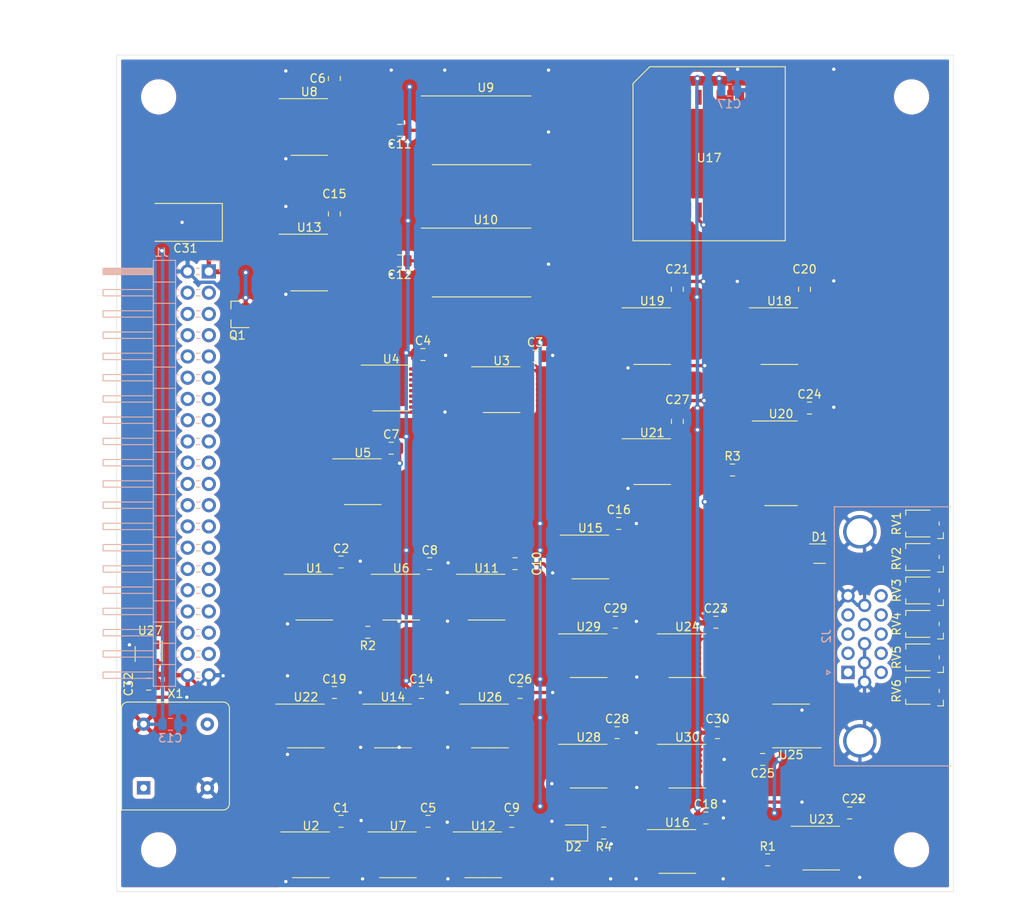
<source format=kicad_pcb>
(kicad_pcb (version 20171130) (host pcbnew "(5.1.6-0-10_14)")
  (title_block (title VGA) (date 2020-12-12) (rev 1) (comment 1 "Licensed under the TAPR OHL (www.tapr.org/OHL)"))
  (layers (0 F.Cu signal) (31 B.Cu signal) (34 B.Paste user) (35 F.Paste user) (36 B.SilkS user) (37 F.SilkS user) (38 B.Mask user) (39 F.Mask user) (44 Edge.Cuts user))
  (net 0 "")
  (net 1 VCC)
  (net 2 GND)
  (net 3 "Net-(J1-Pad3)")
  (net 4 /~rst)
  (net 5 /~rdy)
  (net 6 /ena)
  (net 7 /~oe)
  (net 8 /~we)
  (net 9 "Net-(J1-Pad9)")
  (net 10 "Net-(J1-Pad10)")
  (net 11 /d0)
  (net 12 /d1)
  (net 13 /d2)
  (net 14 /d3)
  (net 15 /d4)
  (net 16 /d5)
  (net 17 /d6)
  (net 18 /d7)
  (net 19 "Net-(J1-Pad19)")
  (net 20 "Net-(J1-Pad20)")
  (net 21 "Net-(J1-Pad21)")
  (net 22 "Net-(J1-Pad22)")
  (net 23 /a0)
  (net 24 /a1)
  (net 25 /a2)
  (net 26 /a3)
  (net 27 /a4)
  (net 28 /a5)
  (net 29 /a6)
  (net 30 /a7)
  (net 31 /a8)
  (net 32 /a9)
  (net 33 /a10)
  (net 34 /a11)
  (net 35 /a12)
  (net 36 /a13)
  (net 37 /a14)
  (net 38 /a15)
  (net 39 "Net-(J2-Pad4)")
  (net 40 "Net-(J2-Pad9)")
  (net 41 "Net-(J2-Pad11)")
  (net 42 "Net-(J2-Pad12)")
  (net 43 "Net-(J2-Pad15)")
  (net 44 /rdy_out)
  (net 45 /~hsync_out)
  (net 46 /v_clk)
  (net 47 /a_sel_clk)
  (net 48 /hx0)
  (net 49 "Net-(R3-Pad1)")
  (net 50 /pixel_out)
  (net 51 /~h_rst)
  (net 52 /pixel_clk)
  (net 53 /hx3)
  (net 54 /hx2)
  (net 55 /hx1)
  (net 56 "Net-(U1-Pad15)")
  (net 57 "Net-(U2-Pad15)")
  (net 58 /vy0)
  (net 59 /vy1)
  (net 60 /vy2)
  (net 61 /vy3)
  (net 62 /~v_rst)
  (net 63 /hx6)
  (net 64 /char_a3)
  (net 65 /hx5)
  (net 66 /char_a2)
  (net 67 /char_a1)
  (net 68 /hx4)
  (net 69 /char_a0)
  (net 70 /a_sel)
  (net 71 /hx7)
  (net 72 /char_a4)
  (net 73 /hx8)
  (net 74 /char_a5)
  (net 75 /char_a6)
  (net 76 /hx9)
  (net 77 /char_a7)
  (net 78 /int_a7)
  (net 79 /int_a11)
  (net 80 /char_a11)
  (net 81 /int_a10)
  (net 82 /char_a10)
  (net 83 /char_a9)
  (net 84 /int_a9)
  (net 85 /char_a8)
  (net 86 /int_a8)
  (net 87 "Net-(U11-Pad10)")
  (net 88 "Net-(U12-Pad10)")
  (net 89 /~d_to_text_oe)
  (net 90 /text_d4)
  (net 91 /text_d5)
  (net 92 /text_d6)
  (net 93 /text_d7)
  (net 94 /text_d3)
  (net 95 /text_d2)
  (net 96 /text_d1)
  (net 97 /text_d0)
  (net 98 /~text_ram_cs)
  (net 99 /~color_ram_we)
  (net 100 /~color_ram_cs)
  (net 101 /color_d7)
  (net 102 /color_d0)
  (net 103 /color_d6)
  (net 104 /color_d1)
  (net 105 /color_d5)
  (net 106 /color_d4)
  (net 107 /color_d2)
  (net 108 /color_d3)
  (net 109 "Net-(U11-Pad11)")
  (net 110 "Net-(U11-Pad12)")
  (net 111 "Net-(U11-Pad15)")
  (net 112 "Net-(U12-Pad15)")
  (net 113 /vy9)
  (net 114 "Net-(U12-Pad12)")
  (net 115 "Net-(U12-Pad11)")
  (net 116 /hx_6_0_lt_1110000)
  (net 117 /hx_or_654)
  (net 118 /hsync_int)
  (net 119 /vy_nand_9320)
  (net 120 "Net-(U15-Pad12)")
  (net 121 /hx_or_87)
  (net 122 /hx_or_65)
  (net 123 "Net-(U16-Pad3)")
  (net 124 /~hx_lt_640)
  (net 125 "Net-(U16-Pad12)")
  (net 126 /cgrom_d0)
  (net 127 /cgrom_d1)
  (net 128 /cgrom_d2)
  (net 129 /cgrom_d3)
  (net 130 /cgrom_d4)
  (net 131 /cgrom_d5)
  (net 132 /cgrom_d6)
  (net 133 /cgrom_d7)
  (net 134 /stored_pixel7)
  (net 135 /stored_pixel6)
  (net 136 /stored_pixel5)
  (net 137 /stored_pixel4)
  (net 138 /buf_clk)
  (net 139 /stored_pixel3)
  (net 140 /stored_pixel2)
  (net 141 /stored_pixel1)
  (net 142 /stored_pixel0)
  (net 143 /stored_color0)
  (net 144 /stored_color1)
  (net 145 /stored_color2)
  (net 146 /stored_color3)
  (net 147 /stored_color4)
  (net 148 /stored_color5)
  (net 149 /stored_color6)
  (net 150 /stored_color7)
  (net 151 "Net-(U20-Pad6)")
  (net 152 /color_out_b)
  (net 153 /color_out_g)
  (net 154 /color_out_r)
  (net 155 /color_out_i)
  (net 156 /~pixel_ena)
  (net 157 /vy_nand_3)
  (net 158 /vy_8765)
  (net 159 /hsync_out)
  (net 160 /pixel_ena)
  (net 161 /~pixel_ena_int)
  (net 162 /acc_req)
  (net 163 /~acc_req)
  (net 164 "Net-(U25-Pad3)")
  (net 165 /vsync_out)
  (net 166 /or_a12_nwe)
  (net 167 /a_13_xor_12)
  (net 168 /ext_sel)
  (net 169 /~vy_lt_480)
  (net 170 "Net-(U28-Pad8)")
  (net 171 /buf_a_sel)
  (net 172 /ext_acc_ena)
  (net 173 "Net-(U30-Pad9)")
  (net 174 "Net-(U30-Pad8)")
  (net 175 "Net-(U30-Pad6)")
  (net 176 "Net-(X1-Pad1)")
  (net 177 "Net-(D1-Pad6)")
  (net 178 "Net-(D1-Pad4)")
  (net 179 "Net-(D1-Pad5)")
  (net 180 "Net-(D2-Pad1)")
  (net 181 /ar)
  (net 182 /ag)
  (net 183 /ab)
  (module Capacitor_SMD:C_0805_2012Metric (layer F.Cu) (at 53.8 125.2 180)
    (fp_text reference C32 (at 2.4 0 90) (layer F.SilkS))
    (fp_text value 0.1)
    (pad 2 smd roundrect (at 0.9375 0 180) (size 0.975 1.4) (layers F.Cu F.Paste F.Mask) (net 2 GND))
    (pad 1 smd roundrect (at -0.9375 0 180) (size 0.975 1.4) (layers F.Cu F.Paste F.Mask) (net 1 VCC))
  )
  (module Potentiometer_SMD:Potentiometer_Bourns_TC33X_Vertical (layer F.Cu) (at 146.2 126 180)
    (fp_text reference RV6 (at 3 0 90) (layer F.SilkS))
    (fp_text value TC33X-2-102 hide)
    (pad 2 smd rect (at 1.45 0 180) (size 1.5 1.6) (layers F.Cu F.Paste F.Mask) (net 181 /ar))
    (pad 3 smd rect (at -1.8 1 180) (size 1.2 1.2) (layers F.Cu F.Paste F.Mask) (net 181 /ar))
    (pad 1 smd rect (at -1.8 -1 180) (size 1.2 1.2) (layers F.Cu F.Paste F.Mask) (net 178 "Net-(D1-Pad4)"))
  )
  (module Potentiometer_SMD:Potentiometer_Bourns_TC33X_Vertical (layer F.Cu) (at 146.2 122 180)
    (fp_text reference RV5 (at 3 0 90) (layer F.SilkS))
    (fp_text value TC33X-2-102 hide)
    (pad 2 smd rect (at 1.45 0 180) (size 1.5 1.6) (layers F.Cu F.Paste F.Mask) (net 181 /ar))
    (pad 3 smd rect (at -1.8 1 180) (size 1.2 1.2) (layers F.Cu F.Paste F.Mask) (net 181 /ar))
    (pad 1 smd rect (at -1.8 -1 180) (size 1.2 1.2) (layers F.Cu F.Paste F.Mask) (net 154 /color_out_r))
  )
  (module Potentiometer_SMD:Potentiometer_Bourns_TC33X_Vertical (layer F.Cu) (at 146.2 118 180)
    (fp_text reference RV4 (at 3 0 90) (layer F.SilkS))
    (fp_text value TC33X-2-102 hide)
    (pad 2 smd rect (at 1.45 0 180) (size 1.5 1.6) (layers F.Cu F.Paste F.Mask) (net 182 /ag))
    (pad 3 smd rect (at -1.8 1 180) (size 1.2 1.2) (layers F.Cu F.Paste F.Mask) (net 182 /ag))
    (pad 1 smd rect (at -1.8 -1 180) (size 1.2 1.2) (layers F.Cu F.Paste F.Mask) (net 179 "Net-(D1-Pad5)"))
  )
  (module Potentiometer_SMD:Potentiometer_Bourns_TC33X_Vertical (layer F.Cu) (at 146.2 114 180)
    (fp_text reference RV3 (at 3 0 90) (layer F.SilkS))
    (fp_text value TC33X-2-102 hide)
    (pad 2 smd rect (at 1.45 0 180) (size 1.5 1.6) (layers F.Cu F.Paste F.Mask) (net 182 /ag))
    (pad 3 smd rect (at -1.8 1 180) (size 1.2 1.2) (layers F.Cu F.Paste F.Mask) (net 182 /ag))
    (pad 1 smd rect (at -1.8 -1 180) (size 1.2 1.2) (layers F.Cu F.Paste F.Mask) (net 153 /color_out_g))
  )
  (module Potentiometer_SMD:Potentiometer_Bourns_TC33X_Vertical (layer F.Cu) (at 146.2 110 180)
    (fp_text reference RV2 (at 3 -0.2 90) (layer F.SilkS))
    (fp_text value TC33X-2-102 hide)
    (pad 2 smd rect (at 1.45 0 180) (size 1.5 1.6) (layers F.Cu F.Paste F.Mask) (net 183 /ab))
    (pad 3 smd rect (at -1.8 1 180) (size 1.2 1.2) (layers F.Cu F.Paste F.Mask) (net 183 /ab))
    (pad 1 smd rect (at -1.8 -1 180) (size 1.2 1.2) (layers F.Cu F.Paste F.Mask) (net 177 "Net-(D1-Pad6)"))
  )
  (module Potentiometer_SMD:Potentiometer_Bourns_TC33X_Vertical (layer F.Cu) (at 146.2 106 180)
    (fp_text reference RV1 (at 3 0 90) (layer F.SilkS))
    (fp_text value TC33X-2-102)
    (pad 2 smd rect (at 1.45 0 180) (size 1.5 1.6) (layers F.Cu F.Paste F.Mask) (net 183 /ab))
    (pad 3 smd rect (at -1.8 1 180) (size 1.2 1.2) (layers F.Cu F.Paste F.Mask) (net 183 /ab))
    (pad 1 smd rect (at -1.8 -1 180) (size 1.2 1.2) (layers F.Cu F.Paste F.Mask) (net 152 /color_out_b))
  )
  (module Resistor_SMD:R_0805_2012Metric (layer F.Cu) (at 108.2 143 180)
    (fp_text reference R4 (at 0 -1.65) (layer F.SilkS))
    (fp_text value R)
    (pad 2 smd roundrect (at 0.9375 0 180) (size 0.975 1.4) (layers F.Cu F.Paste F.Mask) (net 180 "Net-(D2-Pad1)"))
    (pad 1 smd roundrect (at -0.9375 0 180) (size 0.975 1.4) (layers F.Cu F.Paste F.Mask) (net 2 GND))
  )
  (module LED_SMD:LED_0805_2012Metric (layer F.Cu) (at 104.6 143 180)
    (fp_text reference D2 (at 0 -1.65) (layer F.SilkS))
    (fp_text value LED)
    (pad 2 smd roundrect (at 0.9375 0 180) (size 0.975 1.4) (layers F.Cu F.Paste F.Mask) (net 168 /ext_sel))
    (pad 1 smd roundrect (at -0.9375 0 180) (size 0.975 1.4) (layers F.Cu F.Paste F.Mask) (net 180 "Net-(D2-Pad1)"))
  )
  (module Package_TO_SOT_SMD:SOT-363_SC-70-6 (layer F.Cu) (at 134 109.6)
    (fp_text reference D1 (at 0 -2) (layer F.SilkS))
    (fp_text value BAS16TW)
    (pad 6 smd rect (at 0.95 -0.65) (size 0.65 0.4) (layers F.Cu F.Paste F.Mask) (net 177 "Net-(D1-Pad6)"))
    (pad 4 smd rect (at 0.95 0.65) (size 0.65 0.4) (layers F.Cu F.Paste F.Mask) (net 178 "Net-(D1-Pad4)"))
    (pad 2 smd rect (at -0.95 0) (size 0.65 0.4) (layers F.Cu F.Paste F.Mask) (net 155 /color_out_i))
    (pad 5 smd rect (at 0.95 0) (size 0.65 0.4) (layers F.Cu F.Paste F.Mask) (net 179 "Net-(D1-Pad5)"))
    (pad 3 smd rect (at -0.95 0.65) (size 0.65 0.4) (layers F.Cu F.Paste F.Mask) (net 155 /color_out_i))
    (pad 1 smd rect (at -0.95 -0.65) (size 0.65 0.4) (layers F.Cu F.Paste F.Mask) (net 155 /color_out_i))
  )
  (module Capacitor_Tantalum_SMD:CP_EIA-7343-40_Kemet-Y (layer F.Cu) (at 58.2 70 180)
    (fp_text reference C31 (at 0 -3.1) (layer F.SilkS))
    (fp_text value TAJD476M016UNJV)
    (pad 2 smd roundrect (at 3.1125 0 180) (size 2.075 2.55) (layers F.Cu F.Paste F.Mask) (roundrect_rratio 0.120482) (net 2 GND))
    (pad 1 smd roundrect (at -3.1125 0 180) (size 2.075 2.55) (layers F.Cu F.Paste F.Mask) (roundrect_rratio 0.120482) (net 1 VCC))
  )
  (module Capacitor_SMD:C_0805_2012Metric (layer F.Cu) (at 76.8 141.6)
    (fp_text reference C1 (at 0 -1.6) (layer F.SilkS))
    (fp_text value 0.1)
    (pad 1 smd roundrect (at -0.9375 0) (size 0.975 1.4) (layers F.Cu F.Paste F.Mask) (net 1 VCC))
    (pad 2 smd roundrect (at 0.9375 0) (size 0.975 1.4) (layers F.Cu F.Paste F.Mask) (net 2 GND))
  )
  (module Capacitor_SMD:C_0805_2012Metric (layer F.Cu) (at 76.8 110.6)
    (fp_text reference C2 (at 0 -1.6) (layer F.SilkS))
    (fp_text value 0.1)
    (pad 2 smd roundrect (at 0.9375 0) (size 0.975 1.4) (layers F.Cu F.Paste F.Mask) (net 2 GND))
    (pad 1 smd roundrect (at -0.9375 0) (size 0.975 1.4) (layers F.Cu F.Paste F.Mask) (net 1 VCC))
  )
  (module Capacitor_SMD:C_0805_2012Metric (layer F.Cu) (at 100 86)
    (fp_text reference C3 (at 0 -1.65) (layer F.SilkS))
    (fp_text value 0.1)
    (pad 1 smd roundrect (at -0.9375 0) (size 0.975 1.4) (layers F.Cu F.Paste F.Mask) (net 1 VCC))
    (pad 2 smd roundrect (at 0.9375 0) (size 0.975 1.4) (layers F.Cu F.Paste F.Mask) (net 2 GND))
  )
  (module Capacitor_SMD:C_0805_2012Metric (layer F.Cu) (at 86.6 85.8)
    (fp_text reference C4 (at 0 -1.65) (layer F.SilkS))
    (fp_text value 0.1)
    (pad 2 smd roundrect (at 0.9375 0) (size 0.975 1.4) (layers F.Cu F.Paste F.Mask) (net 2 GND))
    (pad 1 smd roundrect (at -0.9375 0) (size 0.975 1.4) (layers F.Cu F.Paste F.Mask) (net 1 VCC))
  )
  (module Capacitor_SMD:C_0805_2012Metric (layer F.Cu) (at 87.2 141.6)
    (fp_text reference C5 (at 0 -1.6) (layer F.SilkS))
    (fp_text value 0.1)
    (pad 2 smd roundrect (at 0.9375 0) (size 0.975 1.4) (layers F.Cu F.Paste F.Mask) (net 2 GND))
    (pad 1 smd roundrect (at -0.9375 0) (size 0.975 1.4) (layers F.Cu F.Paste F.Mask) (net 1 VCC))
  )
  (module Capacitor_SMD:C_0805_2012Metric (layer F.Cu) (at 76 52.8 90)
    (fp_text reference C6 (at 0 -2) (layer F.SilkS))
    (fp_text value 0.1)
    (pad 2 smd roundrect (at 0.9375 0 90) (size 0.975 1.4) (layers F.Cu F.Paste F.Mask) (net 2 GND))
    (pad 1 smd roundrect (at -0.9375 0 90) (size 0.975 1.4) (layers F.Cu F.Paste F.Mask) (net 1 VCC))
  )
  (module Capacitor_SMD:C_0805_2012Metric (layer F.Cu) (at 82.8 97)
    (fp_text reference C7 (at 0 -1.65) (layer F.SilkS))
    (fp_text value 0.1)
    (pad 1 smd roundrect (at -0.9375 0) (size 0.975 1.4) (layers F.Cu F.Paste F.Mask) (net 1 VCC))
    (pad 2 smd roundrect (at 0.9375 0) (size 0.975 1.4) (layers F.Cu F.Paste F.Mask) (net 2 GND))
  )
  (module Capacitor_SMD:C_0805_2012Metric (layer F.Cu) (at 87.4 110.8)
    (fp_text reference C8 (at 0 -1.6) (layer F.SilkS))
    (fp_text value 0.1)
    (pad 1 smd roundrect (at -0.9375 0) (size 0.975 1.4) (layers F.Cu F.Paste F.Mask) (net 1 VCC))
    (pad 2 smd roundrect (at 0.9375 0) (size 0.975 1.4) (layers F.Cu F.Paste F.Mask) (net 2 GND))
  )
  (module Capacitor_SMD:C_0805_2012Metric (layer F.Cu) (at 97.2 141.6)
    (fp_text reference C9 (at 0 -1.6) (layer F.SilkS))
    (fp_text value 0.1)
    (pad 2 smd roundrect (at 0.9375 0) (size 0.975 1.4) (layers F.Cu F.Paste F.Mask) (net 2 GND))
    (pad 1 smd roundrect (at -0.9375 0) (size 0.975 1.4) (layers F.Cu F.Paste F.Mask) (net 1 VCC))
  )
  (module Capacitor_SMD:C_0805_2012Metric (layer F.Cu) (at 97.6 110.8)
    (fp_text reference C10 (at 2.6 0 270) (layer F.SilkS))
    (fp_text value 0.1)
    (pad 2 smd roundrect (at 0.9375 0) (size 0.975 1.4) (layers F.Cu F.Paste F.Mask) (net 2 GND))
    (pad 1 smd roundrect (at -0.9375 0) (size 0.975 1.4) (layers F.Cu F.Paste F.Mask) (net 1 VCC))
  )
  (module Capacitor_SMD:C_0805_2012Metric (layer F.Cu) (at 83.8 59 180)
    (fp_text reference C11 (at 0 -1.65) (layer F.SilkS))
    (fp_text value 0.1)
    (pad 1 smd roundrect (at -0.9375 0 180) (size 0.975 1.4) (layers F.Cu F.Paste F.Mask) (net 1 VCC))
    (pad 2 smd roundrect (at 0.9375 0 180) (size 0.975 1.4) (layers F.Cu F.Paste F.Mask) (net 2 GND))
  )
  (module Capacitor_SMD:C_0805_2012Metric (layer F.Cu) (at 83.8 74.6 180)
    (fp_text reference C12 (at 0 -1.65) (layer F.SilkS))
    (fp_text value 0.1)
    (pad 2 smd roundrect (at 0.9375 0 180) (size 0.975 1.4) (layers F.Cu F.Paste F.Mask) (net 2 GND))
    (pad 1 smd roundrect (at -0.9375 0 180) (size 0.975 1.4) (layers F.Cu F.Paste F.Mask) (net 1 VCC))
  )
  (module Capacitor_SMD:C_0805_2012Metric (layer B.Cu) (at 56.4 130)
    (fp_text reference C13 (at 0 1.65) (layer B.SilkS) (effects (justify mirror)))
    (fp_text value 0.1)
    (pad 1 smd roundrect (at -0.9375 0) (size 0.975 1.4) (layers B.Cu B.Paste B.Mask) (net 1 VCC))
    (pad 2 smd roundrect (at 0.9375 0) (size 0.975 1.4) (layers B.Cu B.Paste B.Mask) (net 2 GND))
  )
  (module Capacitor_SMD:C_0805_2012Metric (layer F.Cu) (at 86.4 126.2)
    (fp_text reference C14 (at 0 -1.6 180) (layer F.SilkS))
    (fp_text value 0.1)
    (pad 1 smd roundrect (at -0.9375 0) (size 0.975 1.4) (layers F.Cu F.Paste F.Mask) (net 1 VCC))
    (pad 2 smd roundrect (at 0.9375 0) (size 0.975 1.4) (layers F.Cu F.Paste F.Mask) (net 2 GND))
  )
  (module Capacitor_SMD:C_0805_2012Metric (layer F.Cu) (at 76 69 90)
    (fp_text reference C15 (at 2.4 0 180) (layer F.SilkS))
    (fp_text value 0.1)
    (pad 1 smd roundrect (at -0.9375 0 90) (size 0.975 1.4) (layers F.Cu F.Paste F.Mask) (net 1 VCC))
    (pad 2 smd roundrect (at 0.9375 0 90) (size 0.975 1.4) (layers F.Cu F.Paste F.Mask) (net 2 GND))
  )
  (module Capacitor_SMD:C_0805_2012Metric (layer F.Cu) (at 110 106)
    (fp_text reference C16 (at 0 -1.65) (layer F.SilkS))
    (fp_text value 0.1)
    (pad 1 smd roundrect (at -0.9375 0) (size 0.975 1.4) (layers F.Cu F.Paste F.Mask) (net 1 VCC))
    (pad 2 smd roundrect (at 0.9375 0) (size 0.975 1.4) (layers F.Cu F.Paste F.Mask) (net 2 GND))
  )
  (module Capacitor_SMD:C_0805_2012Metric (layer B.Cu) (at 123.2 54.2)
    (fp_text reference C17 (at 0 1.65) (layer B.SilkS) (effects (justify mirror)))
    (fp_text value 0.1)
    (pad 2 smd roundrect (at 0.9375 0) (size 0.975 1.4) (layers B.Cu B.Paste B.Mask) (net 2 GND))
    (pad 1 smd roundrect (at -0.9375 0) (size 0.975 1.4) (layers B.Cu B.Paste B.Mask) (net 1 VCC))
  )
  (module Capacitor_SMD:C_0805_2012Metric (layer F.Cu) (at 120.4 141.2)
    (fp_text reference C18 (at 0 -1.65) (layer F.SilkS))
    (fp_text value 0.1)
    (pad 2 smd roundrect (at 0.9375 0) (size 0.975 1.4) (layers F.Cu F.Paste F.Mask) (net 2 GND))
    (pad 1 smd roundrect (at -0.9375 0) (size 0.975 1.4) (layers F.Cu F.Paste F.Mask) (net 1 VCC))
  )
  (module Capacitor_SMD:C_0805_2012Metric (layer F.Cu) (at 76 126.2)
    (fp_text reference C19 (at 0 -1.6) (layer F.SilkS))
    (fp_text value 0.1)
    (pad 1 smd roundrect (at -0.9375 0) (size 0.975 1.4) (layers F.Cu F.Paste F.Mask) (net 1 VCC))
    (pad 2 smd roundrect (at 0.9375 0) (size 0.975 1.4) (layers F.Cu F.Paste F.Mask) (net 2 GND))
  )
  (module Capacitor_SMD:C_0805_2012Metric (layer F.Cu) (at 132.2 78 90)
    (fp_text reference C20 (at 2.4 0 180) (layer F.SilkS))
    (fp_text value 0.1)
    (pad 1 smd roundrect (at -0.9375 0 90) (size 0.975 1.4) (layers F.Cu F.Paste F.Mask) (net 1 VCC))
    (pad 2 smd roundrect (at 0.9375 0 90) (size 0.975 1.4) (layers F.Cu F.Paste F.Mask) (net 2 GND))
  )
  (module Capacitor_SMD:C_0805_2012Metric (layer F.Cu) (at 117 78 90)
    (fp_text reference C21 (at 2.4 0 180) (layer F.SilkS))
    (fp_text value 0.1)
    (pad 2 smd roundrect (at 0.9375 0 90) (size 0.975 1.4) (layers F.Cu F.Paste F.Mask) (net 2 GND))
    (pad 1 smd roundrect (at -0.9375 0 90) (size 0.975 1.4) (layers F.Cu F.Paste F.Mask) (net 1 VCC))
  )
  (module Capacitor_SMD:C_0805_2012Metric (layer F.Cu) (at 137.6 140.6)
    (fp_text reference C22 (at 0.5 -1.7) (layer F.SilkS))
    (fp_text value 0.1)
    (pad 2 smd roundrect (at 0.9375 0) (size 0.975 1.4) (layers F.Cu F.Paste F.Mask) (net 2 GND))
    (pad 1 smd roundrect (at -0.9375 0) (size 0.975 1.4) (layers F.Cu F.Paste F.Mask) (net 1 VCC))
  )
  (module Capacitor_SMD:C_0805_2012Metric (layer F.Cu) (at 121.6 117.8)
    (fp_text reference C23 (at 0 -1.65) (layer F.SilkS))
    (fp_text value 0.1)
    (pad 1 smd roundrect (at -0.9375 0) (size 0.975 1.4) (layers F.Cu F.Paste F.Mask) (net 1 VCC))
    (pad 2 smd roundrect (at 0.9375 0) (size 0.975 1.4) (layers F.Cu F.Paste F.Mask) (net 2 GND))
  )
  (module Capacitor_SMD:C_0805_2012Metric (layer F.Cu) (at 132.8 92.2)
    (fp_text reference C24 (at 0 -1.65) (layer F.SilkS))
    (fp_text value 0.1)
    (pad 2 smd roundrect (at 0.9375 0) (size 0.975 1.4) (layers F.Cu F.Paste F.Mask) (net 2 GND))
    (pad 1 smd roundrect (at -0.9375 0) (size 0.975 1.4) (layers F.Cu F.Paste F.Mask) (net 1 VCC))
  )
  (module Capacitor_SMD:C_0805_2012Metric (layer F.Cu) (at 127.2 134.2 180)
    (fp_text reference C25 (at 0 -1.65) (layer F.SilkS))
    (fp_text value 0.1)
    (pad 2 smd roundrect (at 0.9375 0 180) (size 0.975 1.4) (layers F.Cu F.Paste F.Mask) (net 2 GND))
    (pad 1 smd roundrect (at -0.9375 0 180) (size 0.975 1.4) (layers F.Cu F.Paste F.Mask) (net 1 VCC))
  )
  (module Capacitor_SMD:C_0805_2012Metric (layer F.Cu) (at 98.2 126.2)
    (fp_text reference C26 (at 0 -1.6 180) (layer F.SilkS))
    (fp_text value 0.1)
    (pad 1 smd roundrect (at -0.9375 0) (size 0.975 1.4) (layers F.Cu F.Paste F.Mask) (net 1 VCC))
    (pad 2 smd roundrect (at 0.9375 0) (size 0.975 1.4) (layers F.Cu F.Paste F.Mask) (net 2 GND))
  )
  (module Capacitor_SMD:C_0805_2012Metric (layer F.Cu) (at 117 93.8 90)
    (fp_text reference C27 (at 2.6 0 180) (layer F.SilkS))
    (fp_text value 0.1)
    (pad 1 smd roundrect (at -0.9375 0 90) (size 0.975 1.4) (layers F.Cu F.Paste F.Mask) (net 1 VCC))
    (pad 2 smd roundrect (at 0.9375 0 90) (size 0.975 1.4) (layers F.Cu F.Paste F.Mask) (net 2 GND))
  )
  (module Capacitor_SMD:C_0805_2012Metric (layer F.Cu) (at 109.8 131)
    (fp_text reference C28 (at 0 -1.65) (layer F.SilkS))
    (fp_text value 0.1)
    (pad 2 smd roundrect (at 0.9375 0) (size 0.975 1.4) (layers F.Cu F.Paste F.Mask) (net 2 GND))
    (pad 1 smd roundrect (at -0.9375 0) (size 0.975 1.4) (layers F.Cu F.Paste F.Mask) (net 1 VCC))
  )
  (module Capacitor_SMD:C_0805_2012Metric (layer F.Cu) (at 109.6 117.8)
    (fp_text reference C29 (at 0 -1.65) (layer F.SilkS))
    (fp_text value 0.1)
    (pad 1 smd roundrect (at -0.9375 0) (size 0.975 1.4) (layers F.Cu F.Paste F.Mask) (net 1 VCC))
    (pad 2 smd roundrect (at 0.9375 0) (size 0.975 1.4) (layers F.Cu F.Paste F.Mask) (net 2 GND))
  )
  (module Capacitor_SMD:C_0805_2012Metric (layer F.Cu) (at 121.8 131)
    (fp_text reference C30 (at 0 -1.65) (layer F.SilkS))
    (fp_text value 0.1)
    (pad 2 smd roundrect (at 0.9375 0) (size 0.975 1.4) (layers F.Cu F.Paste F.Mask) (net 2 GND))
    (pad 1 smd roundrect (at -0.9375 0) (size 0.975 1.4) (layers F.Cu F.Paste F.Mask) (net 1 VCC))
  )
  (module MountingHole:MountingHole_3.2mm_M3 (layer F.Cu) (at 55 55)
    (fp_text reference H1 hide)
    (fp_text value MountingHole hide)
    (pad 1 np_thru_hole circle (at 0 0) (size 3.2 3.2) (drill 3.2) (layers *.Cu *.Mask))
  )
  (module MountingHole:MountingHole_3.2mm_M3 (layer F.Cu) (at 145 55)
    (fp_text reference H2 hide)
    (fp_text value MountingHole hide)
    (pad 1 np_thru_hole circle (at 0 0) (size 3.2 3.2) (drill 3.2) (layers *.Cu *.Mask))
  )
  (module MountingHole:MountingHole_3.2mm_M3 (layer F.Cu) (at 55 145)
    (fp_text reference H3 hide)
    (fp_text value MountingHole hide)
    (pad 1 np_thru_hole circle (at 0 0) (size 3.2 3.2) (drill 3.2) (layers *.Cu *.Mask))
  )
  (module MountingHole:MountingHole_3.2mm_M3 (layer F.Cu) (at 145 145)
    (fp_text reference H4 hide)
    (fp_text value MountingHole hide)
    (pad 1 np_thru_hole circle (at 0 0) (size 3.2 3.2) (drill 3.2) (layers *.Cu *.Mask))
  )
  (module Connector_PinHeader_2.54mm:PinHeader_2x20_P2.54mm_Horizontal (layer B.Cu) (at 61 75.87 180)
    (fp_text reference J1 (at 5.655 2.27) (layer B.SilkS) (effects (justify mirror)))
    (fp_text value Conn_02x20_Odd_Even hide)
    (pad 1 thru_hole rect (at 0 0 180) (size 1.7 1.7) (drill 1) (layers *.Cu *.Mask) (net 1 VCC))
    (pad 2 thru_hole oval (at 2.54 0 180) (size 1.7 1.7) (drill 1) (layers *.Cu *.Mask) (net 2 GND))
    (pad 3 thru_hole oval (at 0 -2.54 180) (size 1.7 1.7) (drill 1) (layers *.Cu *.Mask) (net 3 "Net-(J1-Pad3)"))
    (pad 4 thru_hole oval (at 2.54 -2.54 180) (size 1.7 1.7) (drill 1) (layers *.Cu *.Mask) (net 4 /~rst))
    (pad 5 thru_hole oval (at 0 -5.08 180) (size 1.7 1.7) (drill 1) (layers *.Cu *.Mask) (net 5 /~rdy))
    (pad 6 thru_hole oval (at 2.54 -5.08 180) (size 1.7 1.7) (drill 1) (layers *.Cu *.Mask) (net 6 /ena))
    (pad 7 thru_hole oval (at 0 -7.62 180) (size 1.7 1.7) (drill 1) (layers *.Cu *.Mask) (net 7 /~oe))
    (pad 8 thru_hole oval (at 2.54 -7.62 180) (size 1.7 1.7) (drill 1) (layers *.Cu *.Mask) (net 8 /~we))
    (pad 9 thru_hole oval (at 0 -10.16 180) (size 1.7 1.7) (drill 1) (layers *.Cu *.Mask) (net 9 "Net-(J1-Pad9)"))
    (pad 10 thru_hole oval (at 2.54 -10.16 180) (size 1.7 1.7) (drill 1) (layers *.Cu *.Mask) (net 10 "Net-(J1-Pad10)"))
    (pad 11 thru_hole oval (at 0 -12.7 180) (size 1.7 1.7) (drill 1) (layers *.Cu *.Mask) (net 11 /d0))
    (pad 12 thru_hole oval (at 2.54 -12.7 180) (size 1.7 1.7) (drill 1) (layers *.Cu *.Mask) (net 12 /d1))
    (pad 13 thru_hole oval (at 0 -15.24 180) (size 1.7 1.7) (drill 1) (layers *.Cu *.Mask) (net 13 /d2))
    (pad 14 thru_hole oval (at 2.54 -15.24 180) (size 1.7 1.7) (drill 1) (layers *.Cu *.Mask) (net 14 /d3))
    (pad 15 thru_hole oval (at 0 -17.78 180) (size 1.7 1.7) (drill 1) (layers *.Cu *.Mask) (net 15 /d4))
    (pad 16 thru_hole oval (at 2.54 -17.78 180) (size 1.7 1.7) (drill 1) (layers *.Cu *.Mask) (net 16 /d5))
    (pad 17 thru_hole oval (at 0 -20.32 180) (size 1.7 1.7) (drill 1) (layers *.Cu *.Mask) (net 17 /d6))
    (pad 18 thru_hole oval (at 2.54 -20.32 180) (size 1.7 1.7) (drill 1) (layers *.Cu *.Mask) (net 18 /d7))
    (pad 19 thru_hole oval (at 0 -22.86 180) (size 1.7 1.7) (drill 1) (layers *.Cu *.Mask) (net 19 "Net-(J1-Pad19)"))
    (pad 20 thru_hole oval (at 2.54 -22.86 180) (size 1.7 1.7) (drill 1) (layers *.Cu *.Mask) (net 20 "Net-(J1-Pad20)"))
    (pad 21 thru_hole oval (at 0 -25.4 180) (size 1.7 1.7) (drill 1) (layers *.Cu *.Mask) (net 21 "Net-(J1-Pad21)"))
    (pad 22 thru_hole oval (at 2.54 -25.4 180) (size 1.7 1.7) (drill 1) (layers *.Cu *.Mask) (net 22 "Net-(J1-Pad22)"))
    (pad 23 thru_hole oval (at 0 -27.94 180) (size 1.7 1.7) (drill 1) (layers *.Cu *.Mask) (net 23 /a0))
    (pad 24 thru_hole oval (at 2.54 -27.94 180) (size 1.7 1.7) (drill 1) (layers *.Cu *.Mask) (net 24 /a1))
    (pad 25 thru_hole oval (at 0 -30.48 180) (size 1.7 1.7) (drill 1) (layers *.Cu *.Mask) (net 25 /a2))
    (pad 26 thru_hole oval (at 2.54 -30.48 180) (size 1.7 1.7) (drill 1) (layers *.Cu *.Mask) (net 26 /a3))
    (pad 27 thru_hole oval (at 0 -33.02 180) (size 1.7 1.7) (drill 1) (layers *.Cu *.Mask) (net 27 /a4))
    (pad 28 thru_hole oval (at 2.54 -33.02 180) (size 1.7 1.7) (drill 1) (layers *.Cu *.Mask) (net 28 /a5))
    (pad 29 thru_hole oval (at 0 -35.56 180) (size 1.7 1.7) (drill 1) (layers *.Cu *.Mask) (net 29 /a6))
    (pad 30 thru_hole oval (at 2.54 -35.56 180) (size 1.7 1.7) (drill 1) (layers *.Cu *.Mask) (net 30 /a7))
    (pad 31 thru_hole oval (at 0 -38.1 180) (size 1.7 1.7) (drill 1) (layers *.Cu *.Mask) (net 31 /a8))
    (pad 32 thru_hole oval (at 2.54 -38.1 180) (size 1.7 1.7) (drill 1) (layers *.Cu *.Mask) (net 32 /a9))
    (pad 33 thru_hole oval (at 0 -40.64 180) (size 1.7 1.7) (drill 1) (layers *.Cu *.Mask) (net 33 /a10))
    (pad 34 thru_hole oval (at 2.54 -40.64 180) (size 1.7 1.7) (drill 1) (layers *.Cu *.Mask) (net 34 /a11))
    (pad 35 thru_hole oval (at 0 -43.18 180) (size 1.7 1.7) (drill 1) (layers *.Cu *.Mask) (net 35 /a12))
    (pad 36 thru_hole oval (at 2.54 -43.18 180) (size 1.7 1.7) (drill 1) (layers *.Cu *.Mask) (net 36 /a13))
    (pad 37 thru_hole oval (at 0 -45.72 180) (size 1.7 1.7) (drill 1) (layers *.Cu *.Mask) (net 37 /a14))
    (pad 38 thru_hole oval (at 2.54 -45.72 180) (size 1.7 1.7) (drill 1) (layers *.Cu *.Mask) (net 38 /a15))
    (pad 39 thru_hole oval (at 0 -48.26 180) (size 1.7 1.7) (drill 1) (layers *.Cu *.Mask) (net 2 GND))
    (pad 40 thru_hole oval (at 2.54 -48.26 180) (size 1.7 1.7) (drill 1) (layers *.Cu *.Mask) (net 1 VCC))
  )
  (module Connector_Dsub:DSUB-15-HD_Female_Horizontal_P2.29x1.98mm_EdgePinOffset8.35mm_Housed_MountingHolesOffset10.89mm (layer B.Cu) (at 137.4 123.8 270)
    (fp_text reference J2 (at -4.315 2.58 270) (layer B.SilkS) (effects (justify mirror)))
    (fp_text value L77HDE15SD1CH4RHNVGA)
    (pad 1 thru_hole rect (at 0 0 270) (size 1.6 1.6) (drill 1) (layers *.Cu *.Mask) (net 181 /ar))
    (pad 2 thru_hole circle (at -2.29 0 270) (size 1.6 1.6) (drill 1) (layers *.Cu *.Mask) (net 182 /ag))
    (pad 3 thru_hole circle (at -4.58 0 270) (size 1.6 1.6) (drill 1) (layers *.Cu *.Mask) (net 183 /ab))
    (pad 4 thru_hole circle (at -6.87 0 270) (size 1.6 1.6) (drill 1) (layers *.Cu *.Mask) (net 39 "Net-(J2-Pad4)"))
    (pad 5 thru_hole circle (at -9.16 0 270) (size 1.6 1.6) (drill 1) (layers *.Cu *.Mask) (net 2 GND))
    (pad 6 thru_hole circle (at 1.145 -1.98 270) (size 1.6 1.6) (drill 1) (layers *.Cu *.Mask) (net 2 GND))
    (pad 7 thru_hole circle (at -1.145 -1.98 270) (size 1.6 1.6) (drill 1) (layers *.Cu *.Mask) (net 2 GND))
    (pad 8 thru_hole circle (at -3.435 -1.98 270) (size 1.6 1.6) (drill 1) (layers *.Cu *.Mask) (net 2 GND))
    (pad 9 thru_hole circle (at -5.725 -1.98 270) (size 1.6 1.6) (drill 1) (layers *.Cu *.Mask) (net 40 "Net-(J2-Pad9)"))
    (pad 10 thru_hole circle (at -8.015 -1.98 270) (size 1.6 1.6) (drill 1) (layers *.Cu *.Mask) (net 2 GND))
    (pad 11 thru_hole circle (at 0 -3.96 270) (size 1.6 1.6) (drill 1) (layers *.Cu *.Mask) (net 41 "Net-(J2-Pad11)"))
    (pad 12 thru_hole circle (at -2.29 -3.96 270) (size 1.6 1.6) (drill 1) (layers *.Cu *.Mask) (net 42 "Net-(J2-Pad12)"))
    (pad 13 thru_hole circle (at -4.58 -3.96 270) (size 1.6 1.6) (drill 1) (layers *.Cu *.Mask) (net 159 /hsync_out))
    (pad 14 thru_hole circle (at -6.87 -3.96 270) (size 1.6 1.6) (drill 1) (layers *.Cu *.Mask) (net 165 /vsync_out))
    (pad 15 thru_hole circle (at -9.16 -3.96 270) (size 1.6 1.6) (drill 1) (layers *.Cu *.Mask) (net 43 "Net-(J2-Pad15)"))
    (pad 0 thru_hole circle (at -16.815 -1.42 270) (size 4 4) (drill 3.2) (layers *.Cu *.Mask) (net 2 GND))
    (pad 0 thru_hole circle (at 8.185 -1.42 270) (size 4 4) (drill 3.2) (layers *.Cu *.Mask) (net 2 GND))
  )
  (module Package_TO_SOT_SMD:SOT-23 (layer F.Cu) (at 64.4 81 180)
    (fp_text reference Q1 (at 0 -2.5) (layer F.SilkS))
    (fp_text value BSS84AK)
    (pad 1 smd rect (at -1 -0.95 180) (size 0.9 0.8) (layers F.Cu F.Paste F.Mask) (net 44 /rdy_out))
    (pad 2 smd rect (at -1 0.95 180) (size 0.9 0.8) (layers F.Cu F.Paste F.Mask) (net 1 VCC))
    (pad 3 smd rect (at 1 0 180) (size 0.9 0.8) (layers F.Cu F.Paste F.Mask) (net 5 /~rdy))
  )
  (module Resistor_SMD:R_0805_2012Metric (layer F.Cu) (at 127.8 146.2 180)
    (fp_text reference R1 (at 0 1.6) (layer F.SilkS))
    (fp_text value 50)
    (pad 1 smd roundrect (at -0.9375 0 180) (size 0.975 1.4) (layers F.Cu F.Paste F.Mask) (net 45 /~hsync_out))
    (pad 2 smd roundrect (at 0.9375 0 180) (size 0.975 1.4) (layers F.Cu F.Paste F.Mask) (net 46 /v_clk))
  )
  (module Resistor_SMD:R_0805_2012Metric (layer F.Cu) (at 80 119)
    (fp_text reference R2 (at 0 1.6 180) (layer F.SilkS))
    (fp_text value 50)
    (pad 2 smd roundrect (at 0.9375 0) (size 0.975 1.4) (layers F.Cu F.Paste F.Mask) (net 47 /a_sel_clk))
    (pad 1 smd roundrect (at -0.9375 0) (size 0.975 1.4) (layers F.Cu F.Paste F.Mask) (net 48 /hx0))
  )
  (module Resistor_SMD:R_0805_2012Metric (layer F.Cu) (at 123.6 99.6)
    (fp_text reference R3 (at 0 -1.65) (layer F.SilkS))
    (fp_text value 50)
    (pad 1 smd roundrect (at -0.9375 0) (size 0.975 1.4) (layers F.Cu F.Paste F.Mask) (net 49 "Net-(R3-Pad1)"))
    (pad 2 smd roundrect (at 0.9375 0) (size 0.975 1.4) (layers F.Cu F.Paste F.Mask) (net 50 /pixel_out))
  )
  (module Package_SO:TSSOP-16_4.4x5mm_P0.65mm (layer F.Cu) (at 73.6 114.8)
    (fp_text reference U1 (at 0 -3.45) (layer F.SilkS))
    (fp_text value SN74LV161APW)
    (pad 1 smd roundrect (at -2.8625 -2.275) (size 1.475 0.4) (layers F.Cu F.Paste F.Mask) (net 51 /~h_rst))
    (pad 2 smd roundrect (at -2.8625 -1.625) (size 1.475 0.4) (layers F.Cu F.Paste F.Mask) (net 52 /pixel_clk))
    (pad 3 smd roundrect (at -2.8625 -0.975) (size 1.475 0.4) (layers F.Cu F.Paste F.Mask) (net 2 GND))
    (pad 4 smd roundrect (at -2.8625 -0.325) (size 1.475 0.4) (layers F.Cu F.Paste F.Mask) (net 2 GND))
    (pad 5 smd roundrect (at -2.8625 0.325) (size 1.475 0.4) (layers F.Cu F.Paste F.Mask) (net 2 GND))
    (pad 6 smd roundrect (at -2.8625 0.975) (size 1.475 0.4) (layers F.Cu F.Paste F.Mask) (net 2 GND))
    (pad 7 smd roundrect (at -2.8625 1.625) (size 1.475 0.4) (layers F.Cu F.Paste F.Mask) (net 1 VCC))
    (pad 8 smd roundrect (at -2.8625 2.275) (size 1.475 0.4) (layers F.Cu F.Paste F.Mask) (net 2 GND))
    (pad 9 smd roundrect (at 2.8625 2.275) (size 1.475 0.4) (layers F.Cu F.Paste F.Mask) (net 1 VCC))
    (pad 10 smd roundrect (at 2.8625 1.625) (size 1.475 0.4) (layers F.Cu F.Paste F.Mask) (net 1 VCC))
    (pad 11 smd roundrect (at 2.8625 0.975) (size 1.475 0.4) (layers F.Cu F.Paste F.Mask) (net 53 /hx3))
    (pad 12 smd roundrect (at 2.8625 0.325) (size 1.475 0.4) (layers F.Cu F.Paste F.Mask) (net 54 /hx2))
    (pad 13 smd roundrect (at 2.8625 -0.325) (size 1.475 0.4) (layers F.Cu F.Paste F.Mask) (net 55 /hx1))
    (pad 14 smd roundrect (at 2.8625 -0.975) (size 1.475 0.4) (layers F.Cu F.Paste F.Mask) (net 48 /hx0))
    (pad 15 smd roundrect (at 2.8625 -1.625) (size 1.475 0.4) (layers F.Cu F.Paste F.Mask) (net 56 "Net-(U1-Pad15)"))
    (pad 16 smd roundrect (at 2.8625 -2.275) (size 1.475 0.4) (layers F.Cu F.Paste F.Mask) (net 1 VCC))
  )
  (module Package_SO:TSSOP-16_4.4x5mm_P0.65mm (layer F.Cu) (at 73.2 145.6)
    (fp_text reference U2 (at 0 -3.45) (layer F.SilkS))
    (fp_text value SN74LV161APW)
    (pad 16 smd roundrect (at 2.8625 -2.275) (size 1.475 0.4) (layers F.Cu F.Paste F.Mask) (net 1 VCC))
    (pad 15 smd roundrect (at 2.8625 -1.625) (size 1.475 0.4) (layers F.Cu F.Paste F.Mask) (net 57 "Net-(U2-Pad15)"))
    (pad 14 smd roundrect (at 2.8625 -0.975) (size 1.475 0.4) (layers F.Cu F.Paste F.Mask) (net 58 /vy0))
    (pad 13 smd roundrect (at 2.8625 -0.325) (size 1.475 0.4) (layers F.Cu F.Paste F.Mask) (net 59 /vy1))
    (pad 12 smd roundrect (at 2.8625 0.325) (size 1.475 0.4) (layers F.Cu F.Paste F.Mask) (net 60 /vy2))
    (pad 11 smd roundrect (at 2.8625 0.975) (size 1.475 0.4) (layers F.Cu F.Paste F.Mask) (net 61 /vy3))
    (pad 10 smd roundrect (at 2.8625 1.625) (size 1.475 0.4) (layers F.Cu F.Paste F.Mask) (net 1 VCC))
    (pad 9 smd roundrect (at 2.8625 2.275) (size 1.475 0.4) (layers F.Cu F.Paste F.Mask) (net 1 VCC))
    (pad 8 smd roundrect (at -2.8625 2.275) (size 1.475 0.4) (layers F.Cu F.Paste F.Mask) (net 2 GND))
    (pad 7 smd roundrect (at -2.8625 1.625) (size 1.475 0.4) (layers F.Cu F.Paste F.Mask) (net 1 VCC))
    (pad 6 smd roundrect (at -2.8625 0.975) (size 1.475 0.4) (layers F.Cu F.Paste F.Mask) (net 2 GND))
    (pad 5 smd roundrect (at -2.8625 0.325) (size 1.475 0.4) (layers F.Cu F.Paste F.Mask) (net 2 GND))
    (pad 4 smd roundrect (at -2.8625 -0.325) (size 1.475 0.4) (layers F.Cu F.Paste F.Mask) (net 2 GND))
    (pad 3 smd roundrect (at -2.8625 -0.975) (size 1.475 0.4) (layers F.Cu F.Paste F.Mask) (net 2 GND))
    (pad 2 smd roundrect (at -2.8625 -1.625) (size 1.475 0.4) (layers F.Cu F.Paste F.Mask) (net 46 /v_clk))
    (pad 1 smd roundrect (at -2.8625 -2.275) (size 1.475 0.4) (layers F.Cu F.Paste F.Mask) (net 62 /~v_rst))
  )
  (module Package_SO:TSSOP-16_4.4x5mm_P0.65mm (layer F.Cu) (at 96 90)
    (fp_text reference U3 (at 0 -3.45) (layer F.SilkS))
    (fp_text value SN74LV157APW)
    (pad 16 smd roundrect (at 2.8625 -2.275) (size 1.475 0.4) (layers F.Cu F.Paste F.Mask) (net 1 VCC))
    (pad 15 smd roundrect (at 2.8625 -1.625) (size 1.475 0.4) (layers F.Cu F.Paste F.Mask) (net 2 GND))
    (pad 14 smd roundrect (at 2.8625 -0.975) (size 1.475 0.4) (layers F.Cu F.Paste F.Mask) (net 63 /hx6))
    (pad 13 smd roundrect (at 2.8625 -0.325) (size 1.475 0.4) (layers F.Cu F.Paste F.Mask) (net 26 /a3))
    (pad 12 smd roundrect (at 2.8625 0.325) (size 1.475 0.4) (layers F.Cu F.Paste F.Mask) (net 64 /char_a3))
    (pad 11 smd roundrect (at 2.8625 0.975) (size 1.475 0.4) (layers F.Cu F.Paste F.Mask) (net 65 /hx5))
    (pad 10 smd roundrect (at 2.8625 1.625) (size 1.475 0.4) (layers F.Cu F.Paste F.Mask) (net 25 /a2))
    (pad 9 smd roundrect (at 2.8625 2.275) (size 1.475 0.4) (layers F.Cu F.Paste F.Mask) (net 66 /char_a2))
    (pad 8 smd roundrect (at -2.8625 2.275) (size 1.475 0.4) (layers F.Cu F.Paste F.Mask) (net 2 GND))
    (pad 7 smd roundrect (at -2.8625 1.625) (size 1.475 0.4) (layers F.Cu F.Paste F.Mask) (net 67 /char_a1))
    (pad 6 smd roundrect (at -2.8625 0.975) (size 1.475 0.4) (layers F.Cu F.Paste F.Mask) (net 24 /a1))
    (pad 5 smd roundrect (at -2.8625 0.325) (size 1.475 0.4) (layers F.Cu F.Paste F.Mask) (net 68 /hx4))
    (pad 4 smd roundrect (at -2.8625 -0.325) (size 1.475 0.4) (layers F.Cu F.Paste F.Mask) (net 69 /char_a0))
    (pad 3 smd roundrect (at -2.8625 -0.975) (size 1.475 0.4) (layers F.Cu F.Paste F.Mask) (net 23 /a0))
    (pad 2 smd roundrect (at -2.8625 -1.625) (size 1.475 0.4) (layers F.Cu F.Paste F.Mask) (net 53 /hx3))
    (pad 1 smd roundrect (at -2.8625 -2.275) (size 1.475 0.4) (layers F.Cu F.Paste F.Mask) (net 70 /a_sel))
  )
  (module Package_SO:TSSOP-16_4.4x5mm_P0.65mm (layer F.Cu) (at 82.8 89.8)
    (fp_text reference U4 (at 0 -3.45) (layer F.SilkS))
    (fp_text value SN74LV157APW)
    (pad 1 smd roundrect (at -2.8625 -2.275) (size 1.475 0.4) (layers F.Cu F.Paste F.Mask) (net 70 /a_sel))
    (pad 2 smd roundrect (at -2.8625 -1.625) (size 1.475 0.4) (layers F.Cu F.Paste F.Mask) (net 71 /hx7))
    (pad 3 smd roundrect (at -2.8625 -0.975) (size 1.475 0.4) (layers F.Cu F.Paste F.Mask) (net 27 /a4))
    (pad 4 smd roundrect (at -2.8625 -0.325) (size 1.475 0.4) (layers F.Cu F.Paste F.Mask) (net 72 /char_a4))
    (pad 5 smd roundrect (at -2.8625 0.325) (size 1.475 0.4) (layers F.Cu F.Paste F.Mask) (net 73 /hx8))
    (pad 6 smd roundrect (at -2.8625 0.975) (size 1.475 0.4) (layers F.Cu F.Paste F.Mask) (net 28 /a5))
    (pad 7 smd roundrect (at -2.8625 1.625) (size 1.475 0.4) (layers F.Cu F.Paste F.Mask) (net 74 /char_a5))
    (pad 8 smd roundrect (at -2.8625 2.275) (size 1.475 0.4) (layers F.Cu F.Paste F.Mask) (net 2 GND))
    (pad 9 smd roundrect (at 2.8625 2.275) (size 1.475 0.4) (layers F.Cu F.Paste F.Mask) (net 75 /char_a6))
    (pad 10 smd roundrect (at 2.8625 1.625) (size 1.475 0.4) (layers F.Cu F.Paste F.Mask) (net 29 /a6))
    (pad 11 smd roundrect (at 2.8625 0.975) (size 1.475 0.4) (layers F.Cu F.Paste F.Mask) (net 76 /hx9))
    (pad 12 smd roundrect (at 2.8625 0.325) (size 1.475 0.4) (layers F.Cu F.Paste F.Mask) (net 77 /char_a7))
    (pad 13 smd roundrect (at 2.8625 -0.325) (size 1.475 0.4) (layers F.Cu F.Paste F.Mask) (net 30 /a7))
    (pad 14 smd roundrect (at 2.8625 -0.975) (size 1.475 0.4) (layers F.Cu F.Paste F.Mask) (net 78 /int_a7))
    (pad 15 smd roundrect (at 2.8625 -1.625) (size 1.475 0.4) (layers F.Cu F.Paste F.Mask) (net 2 GND))
    (pad 16 smd roundrect (at 2.8625 -2.275) (size 1.475 0.4) (layers F.Cu F.Paste F.Mask) (net 1 VCC))
  )
  (module Package_SO:TSSOP-16_4.4x5mm_P0.65mm (layer F.Cu) (at 79.4 101)
    (fp_text reference U5 (at 0 -3.45) (layer F.SilkS))
    (fp_text value SN74LV157APW)
    (pad 16 smd roundrect (at 2.8625 -2.275) (size 1.475 0.4) (layers F.Cu F.Paste F.Mask) (net 1 VCC))
    (pad 15 smd roundrect (at 2.8625 -1.625) (size 1.475 0.4) (layers F.Cu F.Paste F.Mask) (net 2 GND))
    (pad 14 smd roundrect (at 2.8625 -0.975) (size 1.475 0.4) (layers F.Cu F.Paste F.Mask) (net 79 /int_a11))
    (pad 13 smd roundrect (at 2.8625 -0.325) (size 1.475 0.4) (layers F.Cu F.Paste F.Mask) (net 34 /a11))
    (pad 12 smd roundrect (at 2.8625 0.325) (size 1.475 0.4) (layers F.Cu F.Paste F.Mask) (net 80 /char_a11))
    (pad 11 smd roundrect (at 2.8625 0.975) (size 1.475 0.4) (layers F.Cu F.Paste F.Mask) (net 81 /int_a10))
    (pad 10 smd roundrect (at 2.8625 1.625) (size 1.475 0.4) (layers F.Cu F.Paste F.Mask) (net 33 /a10))
    (pad 9 smd roundrect (at 2.8625 2.275) (size 1.475 0.4) (layers F.Cu F.Paste F.Mask) (net 82 /char_a10))
    (pad 8 smd roundrect (at -2.8625 2.275) (size 1.475 0.4) (layers F.Cu F.Paste F.Mask) (net 2 GND))
    (pad 7 smd roundrect (at -2.8625 1.625) (size 1.475 0.4) (layers F.Cu F.Paste F.Mask) (net 83 /char_a9))
    (pad 6 smd roundrect (at -2.8625 0.975) (size 1.475 0.4) (layers F.Cu F.Paste F.Mask) (net 32 /a9))
    (pad 5 smd roundrect (at -2.8625 0.325) (size 1.475 0.4) (layers F.Cu F.Paste F.Mask) (net 84 /int_a9))
    (pad 4 smd roundrect (at -2.8625 -0.325) (size 1.475 0.4) (layers F.Cu F.Paste F.Mask) (net 85 /char_a8))
    (pad 3 smd roundrect (at -2.8625 -0.975) (size 1.475 0.4) (layers F.Cu F.Paste F.Mask) (net 31 /a8))
    (pad 2 smd roundrect (at -2.8625 -1.625) (size 1.475 0.4) (layers F.Cu F.Paste F.Mask) (net 86 /int_a8))
    (pad 1 smd roundrect (at -2.8625 -2.275) (size 1.475 0.4) (layers F.Cu F.Paste F.Mask) (net 70 /a_sel))
  )
  (module Package_SO:TSSOP-16_4.4x5mm_P0.65mm (layer F.Cu) (at 84 114.8)
    (fp_text reference U6 (at 0 -3.45) (layer F.SilkS))
    (fp_text value SN74LV161APW)
    (pad 16 smd roundrect (at 2.8625 -2.275) (size 1.475 0.4) (layers F.Cu F.Paste F.Mask) (net 1 VCC))
    (pad 15 smd roundrect (at 2.8625 -1.625) (size 1.475 0.4) (layers F.Cu F.Paste F.Mask) (net 87 "Net-(U11-Pad10)"))
    (pad 14 smd roundrect (at 2.8625 -0.975) (size 1.475 0.4) (layers F.Cu F.Paste F.Mask) (net 68 /hx4))
    (pad 13 smd roundrect (at 2.8625 -0.325) (size 1.475 0.4) (layers F.Cu F.Paste F.Mask) (net 65 /hx5))
    (pad 12 smd roundrect (at 2.8625 0.325) (size 1.475 0.4) (layers F.Cu F.Paste F.Mask) (net 63 /hx6))
    (pad 11 smd roundrect (at 2.8625 0.975) (size 1.475 0.4) (layers F.Cu F.Paste F.Mask) (net 71 /hx7))
    (pad 10 smd roundrect (at 2.8625 1.625) (size 1.475 0.4) (layers F.Cu F.Paste F.Mask) (net 56 "Net-(U1-Pad15)"))
    (pad 9 smd roundrect (at 2.8625 2.275) (size 1.475 0.4) (layers F.Cu F.Paste F.Mask) (net 1 VCC))
    (pad 8 smd roundrect (at -2.8625 2.275) (size 1.475 0.4) (layers F.Cu F.Paste F.Mask) (net 2 GND))
    (pad 7 smd roundrect (at -2.8625 1.625) (size 1.475 0.4) (layers F.Cu F.Paste F.Mask) (net 1 VCC))
    (pad 6 smd roundrect (at -2.8625 0.975) (size 1.475 0.4) (layers F.Cu F.Paste F.Mask) (net 2 GND))
    (pad 5 smd roundrect (at -2.8625 0.325) (size 1.475 0.4) (layers F.Cu F.Paste F.Mask) (net 2 GND))
    (pad 4 smd roundrect (at -2.8625 -0.325) (size 1.475 0.4) (layers F.Cu F.Paste F.Mask) (net 2 GND))
    (pad 3 smd roundrect (at -2.8625 -0.975) (size 1.475 0.4) (layers F.Cu F.Paste F.Mask) (net 2 GND))
    (pad 2 smd roundrect (at -2.8625 -1.625) (size 1.475 0.4) (layers F.Cu F.Paste F.Mask) (net 52 /pixel_clk))
    (pad 1 smd roundrect (at -2.8625 -2.275) (size 1.475 0.4) (layers F.Cu F.Paste F.Mask) (net 51 /~h_rst))
  )
  (module Package_SO:TSSOP-16_4.4x5mm_P0.65mm (layer F.Cu) (at 83.6 145.6)
    (fp_text reference U7 (at 0 -3.45) (layer F.SilkS))
    (fp_text value SN74LV161APW)
    (pad 1 smd roundrect (at -2.8625 -2.275) (size 1.475 0.4) (layers F.Cu F.Paste F.Mask) (net 62 /~v_rst))
    (pad 2 smd roundrect (at -2.8625 -1.625) (size 1.475 0.4) (layers F.Cu F.Paste F.Mask) (net 46 /v_clk))
    (pad 3 smd roundrect (at -2.8625 -0.975) (size 1.475 0.4) (layers F.Cu F.Paste F.Mask) (net 2 GND))
    (pad 4 smd roundrect (at -2.8625 -0.325) (size 1.475 0.4) (layers F.Cu F.Paste F.Mask) (net 2 GND))
    (pad 5 smd roundrect (at -2.8625 0.325) (size 1.475 0.4) (layers F.Cu F.Paste F.Mask) (net 2 GND))
    (pad 6 smd roundrect (at -2.8625 0.975) (size 1.475 0.4) (layers F.Cu F.Paste F.Mask) (net 2 GND))
    (pad 7 smd roundrect (at -2.8625 1.625) (size 1.475 0.4) (layers F.Cu F.Paste F.Mask) (net 1 VCC))
    (pad 8 smd roundrect (at -2.8625 2.275) (size 1.475 0.4) (layers F.Cu F.Paste F.Mask) (net 2 GND))
    (pad 9 smd roundrect (at 2.8625 2.275) (size 1.475 0.4) (layers F.Cu F.Paste F.Mask) (net 1 VCC))
    (pad 10 smd roundrect (at 2.8625 1.625) (size 1.475 0.4) (layers F.Cu F.Paste F.Mask) (net 57 "Net-(U2-Pad15)"))
    (pad 11 smd roundrect (at 2.8625 0.975) (size 1.475 0.4) (layers F.Cu F.Paste F.Mask) (net 81 /int_a10))
    (pad 12 smd roundrect (at 2.8625 0.325) (size 1.475 0.4) (layers F.Cu F.Paste F.Mask) (net 84 /int_a9))
    (pad 13 smd roundrect (at 2.8625 -0.325) (size 1.475 0.4) (layers F.Cu F.Paste F.Mask) (net 86 /int_a8))
    (pad 14 smd roundrect (at 2.8625 -0.975) (size 1.475 0.4) (layers F.Cu F.Paste F.Mask) (net 78 /int_a7))
    (pad 15 smd roundrect (at 2.8625 -1.625) (size 1.475 0.4) (layers F.Cu F.Paste F.Mask) (net 88 "Net-(U12-Pad10)"))
    (pad 16 smd roundrect (at 2.8625 -2.275) (size 1.475 0.4) (layers F.Cu F.Paste F.Mask) (net 1 VCC))
  )
  (module Package_SO:TSSOP-20_4.4x6.5mm_P0.65mm (layer F.Cu) (at 73 58.6)
    (fp_text reference U8 (at 0 -4.2) (layer F.SilkS))
    (fp_text value SN74LV244APW)
    (pad 1 smd roundrect (at -2.8625 -2.925) (size 1.475 0.4) (layers F.Cu F.Paste F.Mask) (net 89 /~d_to_text_oe))
    (pad 2 smd roundrect (at -2.8625 -2.275) (size 1.475 0.4) (layers F.Cu F.Paste F.Mask) (net 11 /d0))
    (pad 3 smd roundrect (at -2.8625 -1.625) (size 1.475 0.4) (layers F.Cu F.Paste F.Mask) (net 90 /text_d4))
    (pad 4 smd roundrect (at -2.8625 -0.975) (size 1.475 0.4) (layers F.Cu F.Paste F.Mask) (net 12 /d1))
    (pad 5 smd roundrect (at -2.8625 -0.325) (size 1.475 0.4) (layers F.Cu F.Paste F.Mask) (net 91 /text_d5))
    (pad 6 smd roundrect (at -2.8625 0.325) (size 1.475 0.4) (layers F.Cu F.Paste F.Mask) (net 13 /d2))
    (pad 7 smd roundrect (at -2.8625 0.975) (size 1.475 0.4) (layers F.Cu F.Paste F.Mask) (net 92 /text_d6))
    (pad 8 smd roundrect (at -2.8625 1.625) (size 1.475 0.4) (layers F.Cu F.Paste F.Mask) (net 14 /d3))
    (pad 9 smd roundrect (at -2.8625 2.275) (size 1.475 0.4) (layers F.Cu F.Paste F.Mask) (net 93 /text_d7))
    (pad 10 smd roundrect (at -2.8625 2.925) (size 1.475 0.4) (layers F.Cu F.Paste F.Mask) (net 2 GND))
    (pad 11 smd roundrect (at 2.8625 2.925) (size 1.475 0.4) (layers F.Cu F.Paste F.Mask) (net 18 /d7))
    (pad 12 smd roundrect (at 2.8625 2.275) (size 1.475 0.4) (layers F.Cu F.Paste F.Mask) (net 94 /text_d3))
    (pad 13 smd roundrect (at 2.8625 1.625) (size 1.475 0.4) (layers F.Cu F.Paste F.Mask) (net 17 /d6))
    (pad 14 smd roundrect (at 2.8625 0.975) (size 1.475 0.4) (layers F.Cu F.Paste F.Mask) (net 95 /text_d2))
    (pad 15 smd roundrect (at 2.8625 0.325) (size 1.475 0.4) (layers F.Cu F.Paste F.Mask) (net 16 /d5))
    (pad 16 smd roundrect (at 2.8625 -0.325) (size 1.475 0.4) (layers F.Cu F.Paste F.Mask) (net 96 /text_d1))
    (pad 17 smd roundrect (at 2.8625 -0.975) (size 1.475 0.4) (layers F.Cu F.Paste F.Mask) (net 15 /d4))
    (pad 18 smd roundrect (at 2.8625 -1.625) (size 1.475 0.4) (layers F.Cu F.Paste F.Mask) (net 97 /text_d0))
    (pad 19 smd roundrect (at 2.8625 -2.275) (size 1.475 0.4) (layers F.Cu F.Paste F.Mask) (net 89 /~d_to_text_oe))
    (pad 20 smd roundrect (at 2.8625 -2.925) (size 1.475 0.4) (layers F.Cu F.Paste F.Mask) (net 1 VCC))
  )
  (module Package_SO:TSOP-I-28_11.8x8mm_P0.55mm (layer F.Cu) (at 93.6 59)
    (fp_text reference U9 (at 0.5 -5.1) (layer F.SilkS))
    (fp_text value 62256-TSOP)
    (pad 22 smd rect (at 6.27 -0.275) (size 1.87 0.38) (layers F.Cu F.Paste F.Mask) (net 94 /text_d3))
    (pad 21 smd rect (at 6.27 0.275) (size 1.87 0.38) (layers F.Cu F.Paste F.Mask) (net 2 GND))
    (pad 20 smd rect (at 6.27 0.825) (size 1.87 0.38) (layers F.Cu F.Paste F.Mask) (net 95 /text_d2))
    (pad 23 smd rect (at 6.27 -0.825) (size 1.87 0.38) (layers F.Cu F.Paste F.Mask) (net 90 /text_d4))
    (pad 24 smd rect (at 6.27 -1.375) (size 1.87 0.38) (layers F.Cu F.Paste F.Mask) (net 91 /text_d5))
    (pad 19 smd rect (at 6.27 1.375) (size 1.87 0.38) (layers F.Cu F.Paste F.Mask) (net 96 /text_d1))
    (pad 25 smd rect (at 6.27 -1.925) (size 1.87 0.38) (layers F.Cu F.Paste F.Mask) (net 92 /text_d6))
    (pad 18 smd rect (at 6.27 1.925) (size 1.87 0.38) (layers F.Cu F.Paste F.Mask) (net 97 /text_d0))
    (pad 26 smd rect (at 6.27 -2.475) (size 1.87 0.38) (layers F.Cu F.Paste F.Mask) (net 93 /text_d7))
    (pad 17 smd rect (at 6.27 2.475) (size 1.87 0.38) (layers F.Cu F.Paste F.Mask) (net 69 /char_a0))
    (pad 16 smd rect (at 6.27 3.025) (size 1.87 0.38) (layers F.Cu F.Paste F.Mask) (net 67 /char_a1))
    (pad 27 smd rect (at 6.27 -3.025) (size 1.87 0.38) (layers F.Cu F.Paste F.Mask) (net 98 /~text_ram_cs))
    (pad 28 smd rect (at 6.27 -3.575) (size 1.87 0.38) (layers F.Cu F.Paste F.Mask) (net 82 /char_a10))
    (pad 15 smd rect (at 6.27 3.575) (size 1.87 0.38) (layers F.Cu F.Paste F.Mask) (net 66 /char_a2))
    (pad 14 smd rect (at -6.27 3.575) (size 1.87 0.38) (layers F.Cu F.Paste F.Mask) (net 64 /char_a3))
    (pad 1 smd rect (at -6.27 -3.575) (size 1.87 0.38) (layers F.Cu F.Paste F.Mask) (net 70 /a_sel))
    (pad 2 smd rect (at -6.27 -3.025) (size 1.87 0.38) (layers F.Cu F.Paste F.Mask) (net 80 /char_a11))
    (pad 13 smd rect (at -6.27 3.025) (size 1.87 0.38) (layers F.Cu F.Paste F.Mask) (net 72 /char_a4))
    (pad 12 smd rect (at -6.27 2.475) (size 1.87 0.38) (layers F.Cu F.Paste F.Mask) (net 74 /char_a5))
    (pad 3 smd rect (at -6.27 -2.475) (size 1.87 0.38) (layers F.Cu F.Paste F.Mask) (net 83 /char_a9))
    (pad 11 smd rect (at -6.27 1.925) (size 1.87 0.38) (layers F.Cu F.Paste F.Mask) (net 75 /char_a6))
    (pad 4 smd rect (at -6.27 -1.925) (size 1.87 0.38) (layers F.Cu F.Paste F.Mask) (net 85 /char_a8))
    (pad 10 smd rect (at -6.27 1.375) (size 1.87 0.38) (layers F.Cu F.Paste F.Mask) (net 77 /char_a7))
    (pad 5 smd rect (at -6.27 -1.375) (size 1.87 0.38) (layers F.Cu F.Paste F.Mask) (net 1 VCC))
    (pad 6 smd rect (at -6.27 -0.825) (size 1.87 0.38) (layers F.Cu F.Paste F.Mask) (net 89 /~d_to_text_oe))
    (pad 9 smd rect (at -6.27 0.825) (size 1.87 0.38) (layers F.Cu F.Paste F.Mask) (net 1 VCC))
    (pad 8 smd rect (at -6.27 0.275) (size 1.87 0.38) (layers F.Cu F.Paste F.Mask) (net 1 VCC))
    (pad 7 smd rect (at -6.27 -0.275) (size 1.87 0.38) (layers F.Cu F.Paste F.Mask) (net 1 VCC))
  )
  (module Package_SO:TSOP-I-28_11.8x8mm_P0.55mm (layer F.Cu) (at 93.6 74.8)
    (fp_text reference U10 (at 0.5 -5.1) (layer F.SilkS))
    (fp_text value 62256-TSOP)
    (pad 7 smd rect (at -6.27 -0.275) (size 1.87 0.38) (layers F.Cu F.Paste F.Mask) (net 1 VCC))
    (pad 8 smd rect (at -6.27 0.275) (size 1.87 0.38) (layers F.Cu F.Paste F.Mask) (net 1 VCC))
    (pad 9 smd rect (at -6.27 0.825) (size 1.87 0.38) (layers F.Cu F.Paste F.Mask) (net 1 VCC))
    (pad 6 smd rect (at -6.27 -0.825) (size 1.87 0.38) (layers F.Cu F.Paste F.Mask) (net 99 /~color_ram_we))
    (pad 5 smd rect (at -6.27 -1.375) (size 1.87 0.38) (layers F.Cu F.Paste F.Mask) (net 1 VCC))
    (pad 10 smd rect (at -6.27 1.375) (size 1.87 0.38) (layers F.Cu F.Paste F.Mask) (net 77 /char_a7))
    (pad 4 smd rect (at -6.27 -1.925) (size 1.87 0.38) (layers F.Cu F.Paste F.Mask) (net 85 /char_a8))
    (pad 11 smd rect (at -6.27 1.925) (size 1.87 0.38) (layers F.Cu F.Paste F.Mask) (net 75 /char_a6))
    (pad 3 smd rect (at -6.27 -2.475) (size 1.87 0.38) (layers F.Cu F.Paste F.Mask) (net 83 /char_a9))
    (pad 12 smd rect (at -6.27 2.475) (size 1.87 0.38) (layers F.Cu F.Paste F.Mask) (net 74 /char_a5))
    (pad 13 smd rect (at -6.27 3.025) (size 1.87 0.38) (layers F.Cu F.Paste F.Mask) (net 72 /char_a4))
    (pad 2 smd rect (at -6.27 -3.025) (size 1.87 0.38) (layers F.Cu F.Paste F.Mask) (net 80 /char_a11))
    (pad 1 smd rect (at -6.27 -3.575) (size 1.87 0.38) (layers F.Cu F.Paste F.Mask) (net 70 /a_sel))
    (pad 14 smd rect (at -6.27 3.575) (size 1.87 0.38) (layers F.Cu F.Paste F.Mask) (net 64 /char_a3))
    (pad 15 smd rect (at 6.27 3.575) (size 1.87 0.38) (layers F.Cu F.Paste F.Mask) (net 66 /char_a2))
    (pad 28 smd rect (at 6.27 -3.575) (size 1.87 0.38) (layers F.Cu F.Paste F.Mask) (net 82 /char_a10))
    (pad 27 smd rect (at 6.27 -3.025) (size 1.87 0.38) (layers F.Cu F.Paste F.Mask) (net 100 /~color_ram_cs))
    (pad 16 smd rect (at 6.27 3.025) (size 1.87 0.38) (layers F.Cu F.Paste F.Mask) (net 67 /char_a1))
    (pad 17 smd rect (at 6.27 2.475) (size 1.87 0.38) (layers F.Cu F.Paste F.Mask) (net 69 /char_a0))
    (pad 26 smd rect (at 6.27 -2.475) (size 1.87 0.38) (layers F.Cu F.Paste F.Mask) (net 101 /color_d7))
    (pad 18 smd rect (at 6.27 1.925) (size 1.87 0.38) (layers F.Cu F.Paste F.Mask) (net 102 /color_d0))
    (pad 25 smd rect (at 6.27 -1.925) (size 1.87 0.38) (layers F.Cu F.Paste F.Mask) (net 103 /color_d6))
    (pad 19 smd rect (at 6.27 1.375) (size 1.87 0.38) (layers F.Cu F.Paste F.Mask) (net 104 /color_d1))
    (pad 24 smd rect (at 6.27 -1.375) (size 1.87 0.38) (layers F.Cu F.Paste F.Mask) (net 105 /color_d5))
    (pad 23 smd rect (at 6.27 -0.825) (size 1.87 0.38) (layers F.Cu F.Paste F.Mask) (net 106 /color_d4))
    (pad 20 smd rect (at 6.27 0.825) (size 1.87 0.38) (layers F.Cu F.Paste F.Mask) (net 107 /color_d2))
    (pad 21 smd rect (at 6.27 0.275) (size 1.87 0.38) (layers F.Cu F.Paste F.Mask) (net 2 GND))
    (pad 22 smd rect (at 6.27 -0.275) (size 1.87 0.38) (layers F.Cu F.Paste F.Mask) (net 108 /color_d3))
  )
  (module Package_SO:TSSOP-16_4.4x5mm_P0.65mm (layer F.Cu) (at 94.2 114.8)
    (fp_text reference U11 (at 0 -3.45) (layer F.SilkS))
    (fp_text value SN74LV161APW)
    (pad 1 smd roundrect (at -2.8625 -2.275) (size 1.475 0.4) (layers F.Cu F.Paste F.Mask) (net 51 /~h_rst))
    (pad 2 smd roundrect (at -2.8625 -1.625) (size 1.475 0.4) (layers F.Cu F.Paste F.Mask) (net 52 /pixel_clk))
    (pad 3 smd roundrect (at -2.8625 -0.975) (size 1.475 0.4) (layers F.Cu F.Paste F.Mask) (net 2 GND))
    (pad 4 smd roundrect (at -2.8625 -0.325) (size 1.475 0.4) (layers F.Cu F.Paste F.Mask) (net 2 GND))
    (pad 5 smd roundrect (at -2.8625 0.325) (size 1.475 0.4) (layers F.Cu F.Paste F.Mask) (net 2 GND))
    (pad 6 smd roundrect (at -2.8625 0.975) (size 1.475 0.4) (layers F.Cu F.Paste F.Mask) (net 2 GND))
    (pad 7 smd roundrect (at -2.8625 1.625) (size 1.475 0.4) (layers F.Cu F.Paste F.Mask) (net 1 VCC))
    (pad 8 smd roundrect (at -2.8625 2.275) (size 1.475 0.4) (layers F.Cu F.Paste F.Mask) (net 2 GND))
    (pad 9 smd roundrect (at 2.8625 2.275) (size 1.475 0.4) (layers F.Cu F.Paste F.Mask) (net 1 VCC))
    (pad 10 smd roundrect (at 2.8625 1.625) (size 1.475 0.4) (layers F.Cu F.Paste F.Mask) (net 87 "Net-(U11-Pad10)"))
    (pad 11 smd roundrect (at 2.8625 0.975) (size 1.475 0.4) (layers F.Cu F.Paste F.Mask) (net 109 "Net-(U11-Pad11)"))
    (pad 12 smd roundrect (at 2.8625 0.325) (size 1.475 0.4) (layers F.Cu F.Paste F.Mask) (net 110 "Net-(U11-Pad12)"))
    (pad 13 smd roundrect (at 2.8625 -0.325) (size 1.475 0.4) (layers F.Cu F.Paste F.Mask) (net 76 /hx9))
    (pad 14 smd roundrect (at 2.8625 -0.975) (size 1.475 0.4) (layers F.Cu F.Paste F.Mask) (net 73 /hx8))
    (pad 15 smd roundrect (at 2.8625 -1.625) (size 1.475 0.4) (layers F.Cu F.Paste F.Mask) (net 111 "Net-(U11-Pad15)"))
    (pad 16 smd roundrect (at 2.8625 -2.275) (size 1.475 0.4) (layers F.Cu F.Paste F.Mask) (net 1 VCC))
  )
  (module Package_SO:TSSOP-16_4.4x5mm_P0.65mm (layer F.Cu) (at 93.8 145.6)
    (fp_text reference U12 (at 0 -3.45) (layer F.SilkS))
    (fp_text value SN74LV161APW)
    (pad 16 smd roundrect (at 2.8625 -2.275) (size 1.475 0.4) (layers F.Cu F.Paste F.Mask) (net 1 VCC))
    (pad 15 smd roundrect (at 2.8625 -1.625) (size 1.475 0.4) (layers F.Cu F.Paste F.Mask) (net 112 "Net-(U12-Pad15)"))
    (pad 14 smd roundrect (at 2.8625 -0.975) (size 1.475 0.4) (layers F.Cu F.Paste F.Mask) (net 79 /int_a11))
    (pad 13 smd roundrect (at 2.8625 -0.325) (size 1.475 0.4) (layers F.Cu F.Paste F.Mask) (net 113 /vy9))
    (pad 12 smd roundrect (at 2.8625 0.325) (size 1.475 0.4) (layers F.Cu F.Paste F.Mask) (net 114 "Net-(U12-Pad12)"))
    (pad 11 smd roundrect (at 2.8625 0.975) (size 1.475 0.4) (layers F.Cu F.Paste F.Mask) (net 115 "Net-(U12-Pad11)"))
    (pad 10 smd roundrect (at 2.8625 1.625) (size 1.475 0.4) (layers F.Cu F.Paste F.Mask) (net 88 "Net-(U12-Pad10)"))
    (pad 9 smd roundrect (at 2.8625 2.275) (size 1.475 0.4) (layers F.Cu F.Paste F.Mask) (net 1 VCC))
    (pad 8 smd roundrect (at -2.8625 2.275) (size 1.475 0.4) (layers F.Cu F.Paste F.Mask) (net 2 GND))
    (pad 7 smd roundrect (at -2.8625 1.625) (size 1.475 0.4) (layers F.Cu F.Paste F.Mask) (net 1 VCC))
    (pad 6 smd roundrect (at -2.8625 0.975) (size 1.475 0.4) (layers F.Cu F.Paste F.Mask) (net 2 GND))
    (pad 5 smd roundrect (at -2.8625 0.325) (size 1.475 0.4) (layers F.Cu F.Paste F.Mask) (net 2 GND))
    (pad 4 smd roundrect (at -2.8625 -0.325) (size 1.475 0.4) (layers F.Cu F.Paste F.Mask) (net 2 GND))
    (pad 3 smd roundrect (at -2.8625 -0.975) (size 1.475 0.4) (layers F.Cu F.Paste F.Mask) (net 2 GND))
    (pad 2 smd roundrect (at -2.8625 -1.625) (size 1.475 0.4) (layers F.Cu F.Paste F.Mask) (net 46 /v_clk))
    (pad 1 smd roundrect (at -2.8625 -2.275) (size 1.475 0.4) (layers F.Cu F.Paste F.Mask) (net 62 /~v_rst))
  )
  (module Package_SO:TSSOP-20_4.4x6.5mm_P0.65mm (layer F.Cu) (at 73 74.8)
    (fp_text reference U13 (at 0 -4.2) (layer F.SilkS))
    (fp_text value SN74LV244APW)
    (pad 20 smd roundrect (at 2.8625 -2.925) (size 1.475 0.4) (layers F.Cu F.Paste F.Mask) (net 1 VCC))
    (pad 19 smd roundrect (at 2.8625 -2.275) (size 1.475 0.4) (layers F.Cu F.Paste F.Mask) (net 99 /~color_ram_we))
    (pad 18 smd roundrect (at 2.8625 -1.625) (size 1.475 0.4) (layers F.Cu F.Paste F.Mask) (net 102 /color_d0))
    (pad 17 smd roundrect (at 2.8625 -0.975) (size 1.475 0.4) (layers F.Cu F.Paste F.Mask) (net 15 /d4))
    (pad 16 smd roundrect (at 2.8625 -0.325) (size 1.475 0.4) (layers F.Cu F.Paste F.Mask) (net 104 /color_d1))
    (pad 15 smd roundrect (at 2.8625 0.325) (size 1.475 0.4) (layers F.Cu F.Paste F.Mask) (net 16 /d5))
    (pad 14 smd roundrect (at 2.8625 0.975) (size 1.475 0.4) (layers F.Cu F.Paste F.Mask) (net 107 /color_d2))
    (pad 13 smd roundrect (at 2.8625 1.625) (size 1.475 0.4) (layers F.Cu F.Paste F.Mask) (net 17 /d6))
    (pad 12 smd roundrect (at 2.8625 2.275) (size 1.475 0.4) (layers F.Cu F.Paste F.Mask) (net 108 /color_d3))
    (pad 11 smd roundrect (at 2.8625 2.925) (size 1.475 0.4) (layers F.Cu F.Paste F.Mask) (net 18 /d7))
    (pad 10 smd roundrect (at -2.8625 2.925) (size 1.475 0.4) (layers F.Cu F.Paste F.Mask) (net 2 GND))
    (pad 9 smd roundrect (at -2.8625 2.275) (size 1.475 0.4) (layers F.Cu F.Paste F.Mask) (net 101 /color_d7))
    (pad 8 smd roundrect (at -2.8625 1.625) (size 1.475 0.4) (layers F.Cu F.Paste F.Mask) (net 14 /d3))
    (pad 7 smd roundrect (at -2.8625 0.975) (size 1.475 0.4) (layers F.Cu F.Paste F.Mask) (net 103 /color_d6))
    (pad 6 smd roundrect (at -2.8625 0.325) (size 1.475 0.4) (layers F.Cu F.Paste F.Mask) (net 13 /d2))
    (pad 5 smd roundrect (at -2.8625 -0.325) (size 1.475 0.4) (layers F.Cu F.Paste F.Mask) (net 105 /color_d5))
    (pad 4 smd roundrect (at -2.8625 -0.975) (size 1.475 0.4) (layers F.Cu F.Paste F.Mask) (net 12 /d1))
    (pad 3 smd roundrect (at -2.8625 -1.625) (size 1.475 0.4) (layers F.Cu F.Paste F.Mask) (net 106 /color_d4))
    (pad 2 smd roundrect (at -2.8625 -2.275) (size 1.475 0.4) (layers F.Cu F.Paste F.Mask) (net 11 /d0))
    (pad 1 smd roundrect (at -2.8625 -2.925) (size 1.475 0.4) (layers F.Cu F.Paste F.Mask) (net 99 /~color_ram_we))
  )
  (module Package_SO:TSSOP-14_4.4x5mm_P0.65mm (layer F.Cu) (at 83 130.2)
    (fp_text reference U14 (at 0 -3.45) (layer F.SilkS))
    (fp_text value SN74LV20APW)
    (pad 1 smd roundrect (at -2.8625 -1.95) (size 1.475 0.4) (layers F.Cu F.Paste F.Mask) (net 116 /hx_6_0_lt_1110000))
    (pad 2 smd roundrect (at -2.8625 -1.3) (size 1.475 0.4) (layers F.Cu F.Paste F.Mask) (net 76 /hx9))
    (pad 3 smd roundrect (at -2.8625 -0.65) (size 1.475 0.4) (layers F.Cu F.Paste F.Mask))
    (pad 4 smd roundrect (at -2.8625 0) (size 1.475 0.4) (layers F.Cu F.Paste F.Mask) (net 71 /hx7))
    (pad 5 smd roundrect (at -2.8625 0.65) (size 1.475 0.4) (layers F.Cu F.Paste F.Mask) (net 117 /hx_or_654))
    (pad 6 smd roundrect (at -2.8625 1.3) (size 1.475 0.4) (layers F.Cu F.Paste F.Mask) (net 118 /hsync_int))
    (pad 7 smd roundrect (at -2.8625 1.95) (size 1.475 0.4) (layers F.Cu F.Paste F.Mask) (net 2 GND))
    (pad 8 smd roundrect (at 2.8625 1.95) (size 1.475 0.4) (layers F.Cu F.Paste F.Mask) (net 119 /vy_nand_9320))
    (pad 9 smd roundrect (at 2.8625 1.3) (size 1.475 0.4) (layers F.Cu F.Paste F.Mask) (net 113 /vy9))
    (pad 10 smd roundrect (at 2.8625 0.65) (size 1.475 0.4) (layers F.Cu F.Paste F.Mask) (net 61 /vy3))
    (pad 11 smd roundrect (at 2.8625 0) (size 1.475 0.4) (layers F.Cu F.Paste F.Mask))
    (pad 12 smd roundrect (at 2.8625 -0.65) (size 1.475 0.4) (layers F.Cu F.Paste F.Mask) (net 60 /vy2))
    (pad 13 smd roundrect (at 2.8625 -1.3) (size 1.475 0.4) (layers F.Cu F.Paste F.Mask) (net 58 /vy0))
    (pad 14 smd roundrect (at 2.8625 -1.95) (size 1.475 0.4) (layers F.Cu F.Paste F.Mask) (net 1 VCC))
  )
  (module Package_SO:TSSOP-14_4.4x5mm_P0.65mm (layer F.Cu) (at 106.6 110)
    (fp_text reference U15 (at 0 -3.45) (layer F.SilkS))
    (fp_text value 74LV32APWJ)
    (pad 14 smd roundrect (at 2.8625 -1.95) (size 1.475 0.4) (layers F.Cu F.Paste F.Mask) (net 1 VCC))
    (pad 13 smd roundrect (at 2.8625 -1.3) (size 1.475 0.4) (layers F.Cu F.Paste F.Mask) (net 8 /~we))
    (pad 12 smd roundrect (at 2.8625 -0.65) (size 1.475 0.4) (layers F.Cu F.Paste F.Mask) (net 120 "Net-(U15-Pad12)"))
    (pad 11 smd roundrect (at 2.8625 0) (size 1.475 0.4) (layers F.Cu F.Paste F.Mask) (net 99 /~color_ram_we))
    (pad 10 smd roundrect (at 2.8625 0.65) (size 1.475 0.4) (layers F.Cu F.Paste F.Mask) (net 71 /hx7))
    (pad 9 smd roundrect (at 2.8625 1.3) (size 1.475 0.4) (layers F.Cu F.Paste F.Mask) (net 73 /hx8))
    (pad 8 smd roundrect (at 2.8625 1.95) (size 1.475 0.4) (layers F.Cu F.Paste F.Mask) (net 121 /hx_or_87))
    (pad 7 smd roundrect (at -2.8625 1.95) (size 1.475 0.4) (layers F.Cu F.Paste F.Mask) (net 2 GND))
    (pad 6 smd roundrect (at -2.8625 1.3) (size 1.475 0.4) (layers F.Cu F.Paste F.Mask) (net 117 /hx_or_654))
    (pad 5 smd roundrect (at -2.8625 0.65) (size 1.475 0.4) (layers F.Cu F.Paste F.Mask) (net 68 /hx4))
    (pad 4 smd roundrect (at -2.8625 0) (size 1.475 0.4) (layers F.Cu F.Paste F.Mask) (net 122 /hx_or_65))
    (pad 3 smd roundrect (at -2.8625 -0.65) (size 1.475 0.4) (layers F.Cu F.Paste F.Mask) (net 122 /hx_or_65))
    (pad 2 smd roundrect (at -2.8625 -1.3) (size 1.475 0.4) (layers F.Cu F.Paste F.Mask) (net 65 /hx5))
    (pad 1 smd roundrect (at -2.8625 -1.95) (size 1.475 0.4) (layers F.Cu F.Paste F.Mask) (net 63 /hx6))
  )
  (module Package_SO:TSSOP-14_4.4x5mm_P0.65mm (layer F.Cu) (at 117 145.2)
    (fp_text reference U16 (at 0 -3.45) (layer F.SilkS))
    (fp_text value 74LV08APWJ)
    (pad 1 smd roundrect (at -2.8625 -1.95) (size 1.475 0.4) (layers F.Cu F.Paste F.Mask) (net 1 VCC))
    (pad 2 smd roundrect (at -2.8625 -1.3) (size 1.475 0.4) (layers F.Cu F.Paste F.Mask) (net 1 VCC))
    (pad 3 smd roundrect (at -2.8625 -0.65) (size 1.475 0.4) (layers F.Cu F.Paste F.Mask) (net 123 "Net-(U16-Pad3)"))
    (pad 4 smd roundrect (at -2.8625 0) (size 1.475 0.4) (layers F.Cu F.Paste F.Mask) (net 121 /hx_or_87))
    (pad 5 smd roundrect (at -2.8625 0.65) (size 1.475 0.4) (layers F.Cu F.Paste F.Mask) (net 76 /hx9))
    (pad 6 smd roundrect (at -2.8625 1.3) (size 1.475 0.4) (layers F.Cu F.Paste F.Mask) (net 124 /~hx_lt_640))
    (pad 7 smd roundrect (at -2.8625 1.95) (size 1.475 0.4) (layers F.Cu F.Paste F.Mask) (net 2 GND))
    (pad 8 smd roundrect (at 2.8625 1.95) (size 1.475 0.4) (layers F.Cu F.Paste F.Mask) (net 62 /~v_rst))
    (pad 9 smd roundrect (at 2.8625 1.3) (size 1.475 0.4) (layers F.Cu F.Paste F.Mask) (net 119 /vy_nand_9320))
    (pad 10 smd roundrect (at 2.8625 0.65) (size 1.475 0.4) (layers F.Cu F.Paste F.Mask) (net 4 /~rst))
    (pad 11 smd roundrect (at 2.8625 0) (size 1.475 0.4) (layers F.Cu F.Paste F.Mask) (net 51 /~h_rst))
    (pad 12 smd roundrect (at 2.8625 -0.65) (size 1.475 0.4) (layers F.Cu F.Paste F.Mask) (net 125 "Net-(U16-Pad12)"))
    (pad 13 smd roundrect (at 2.8625 -1.3) (size 1.475 0.4) (layers F.Cu F.Paste F.Mask) (net 4 /~rst))
    (pad 14 smd roundrect (at 2.8625 -1.95) (size 1.475 0.4) (layers F.Cu F.Paste F.Mask) (net 1 VCC))
  )
  (module missing:PLCC-32_SMD_Socket (layer F.Cu) (at 120.8 61.8)
    (fp_text reference U17 (at 0 0.5) (layer F.SilkS))
    (fp_text value AT28C256-PLCC32)
    (pad 1 smd rect (at 0 -6.75) (size 0.76 1.78) (layers F.Cu F.Paste F.Mask))
    (pad 2 smd rect (at -1.27 -6.75) (size 0.76 1.78) (layers F.Cu F.Paste F.Mask) (net 2 GND))
    (pad 3 smd rect (at -2.54 -6.75) (size 0.76 1.78) (layers F.Cu F.Paste F.Mask) (net 2 GND))
    (pad 4 smd rect (at -3.81 -6.75) (size 0.76 1.78) (layers F.Cu F.Paste F.Mask) (net 94 /text_d3))
    (pad 5 smd rect (at -5.5 -5.08 90) (size 0.76 1.78) (layers F.Cu F.Paste F.Mask) (net 95 /text_d2))
    (pad 6 smd rect (at -5.5 -3.81 90) (size 0.76 1.78) (layers F.Cu F.Paste F.Mask) (net 96 /text_d1))
    (pad 7 smd rect (at -5.5 -2.54 90) (size 0.76 1.78) (layers F.Cu F.Paste F.Mask) (net 97 /text_d0))
    (pad 8 smd rect (at -5.5 -1.27 90) (size 0.76 1.78) (layers F.Cu F.Paste F.Mask) (net 61 /vy3))
    (pad 9 smd rect (at -5.5 0 90) (size 0.76 1.78) (layers F.Cu F.Paste F.Mask) (net 60 /vy2))
    (pad 10 smd rect (at -5.5 1.27 90) (size 0.76 1.78) (layers F.Cu F.Paste F.Mask) (net 59 /vy1))
    (pad 11 smd rect (at -5.5 2.54 90) (size 0.76 1.78) (layers F.Cu F.Paste F.Mask) (net 58 /vy0))
    (pad 12 smd rect (at -5.5 3.81 90) (size 0.76 1.78) (layers F.Cu F.Paste F.Mask))
    (pad 13 smd rect (at -5.5 5.08 90) (size 0.76 1.78) (layers F.Cu F.Paste F.Mask) (net 126 /cgrom_d0))
    (pad 14 smd rect (at -3.794 6.72 180) (size 0.76 1.78) (layers F.Cu F.Paste F.Mask) (net 127 /cgrom_d1))
    (pad 15 smd rect (at -2.524 6.72 180) (size 0.76 1.78) (layers F.Cu F.Paste F.Mask) (net 128 /cgrom_d2))
    (pad 16 smd rect (at -1.254 6.72 180) (size 0.76 1.78) (layers F.Cu F.Paste F.Mask) (net 2 GND))
    (pad 17 smd rect (at 0.016 6.72 180) (size 0.76 1.78) (layers F.Cu F.Paste F.Mask))
    (pad 18 smd rect (at 1.286 6.72 180) (size 0.76 1.78) (layers F.Cu F.Paste F.Mask) (net 129 /cgrom_d3))
    (pad 19 smd rect (at 2.556 6.72 180) (size 0.76 1.78) (layers F.Cu F.Paste F.Mask) (net 130 /cgrom_d4))
    (pad 20 smd rect (at 3.826 6.72 180) (size 0.76 1.78) (layers F.Cu F.Paste F.Mask) (net 131 /cgrom_d5))
    (pad 21 smd rect (at 5.5 5.08 270) (size 0.76 1.78) (layers F.Cu F.Paste F.Mask) (net 132 /cgrom_d6))
    (pad 22 smd rect (at 5.5 3.81 270) (size 0.76 1.78) (layers F.Cu F.Paste F.Mask) (net 133 /cgrom_d7))
    (pad 23 smd rect (at 5.5 2.54 270) (size 0.76 1.78) (layers F.Cu F.Paste F.Mask) (net 2 GND))
    (pad 24 smd rect (at 5.5 1.27 270) (size 0.76 1.78) (layers F.Cu F.Paste F.Mask) (net 92 /text_d6))
    (pad 25 smd rect (at 5.5 0 270) (size 0.76 1.78) (layers F.Cu F.Paste F.Mask) (net 2 GND))
    (pad 26 smd rect (at 5.5 -1.27 270) (size 0.76 1.78) (layers F.Cu F.Paste F.Mask))
    (pad 27 smd rect (at 5.5 -2.54 270) (size 0.76 1.78) (layers F.Cu F.Paste F.Mask) (net 93 /text_d7))
    (pad 28 smd rect (at 5.5 -3.81 270) (size 0.76 1.78) (layers F.Cu F.Paste F.Mask) (net 91 /text_d5))
    (pad 29 smd rect (at 5.5 -5.08 270) (size 0.76 1.78) (layers F.Cu F.Paste F.Mask) (net 90 /text_d4))
    (pad 30 smd rect (at 3.81 -6.75) (size 0.76 1.78) (layers F.Cu F.Paste F.Mask) (net 2 GND))
    (pad 31 smd rect (at 2.54 -6.75) (size 0.76 1.78) (layers F.Cu F.Paste F.Mask) (net 1 VCC))
    (pad 32 smd rect (at 1.27 -6.75) (size 0.76 1.78) (layers F.Cu F.Paste F.Mask) (net 1 VCC))
  )
  (module Package_SO:TSSOP-20_4.4x6.5mm_P0.65mm (layer F.Cu) (at 129.2 83.6)
    (fp_text reference U18 (at 0 -4.2) (layer F.SilkS))
    (fp_text value SN74LV273APW)
    (pad 20 smd roundrect (at 2.8625 -2.925) (size 1.475 0.4) (layers F.Cu F.Paste F.Mask) (net 1 VCC))
    (pad 19 smd roundrect (at 2.8625 -2.275) (size 1.475 0.4) (layers F.Cu F.Paste F.Mask) (net 134 /stored_pixel7))
    (pad 18 smd roundrect (at 2.8625 -1.625) (size 1.475 0.4) (layers F.Cu F.Paste F.Mask) (net 133 /cgrom_d7))
    (pad 17 smd roundrect (at 2.8625 -0.975) (size 1.475 0.4) (layers F.Cu F.Paste F.Mask) (net 132 /cgrom_d6))
    (pad 16 smd roundrect (at 2.8625 -0.325) (size 1.475 0.4) (layers F.Cu F.Paste F.Mask) (net 135 /stored_pixel6))
    (pad 15 smd roundrect (at 2.8625 0.325) (size 1.475 0.4) (layers F.Cu F.Paste F.Mask) (net 136 /stored_pixel5))
    (pad 14 smd roundrect (at 2.8625 0.975) (size 1.475 0.4) (layers F.Cu F.Paste F.Mask) (net 131 /cgrom_d5))
    (pad 13 smd roundrect (at 2.8625 1.625) (size 1.475 0.4) (layers F.Cu F.Paste F.Mask) (net 130 /cgrom_d4))
    (pad 12 smd roundrect (at 2.8625 2.275) (size 1.475 0.4) (layers F.Cu F.Paste F.Mask) (net 137 /stored_pixel4))
    (pad 11 smd roundrect (at 2.8625 2.925) (size 1.475 0.4) (layers F.Cu F.Paste F.Mask) (net 138 /buf_clk))
    (pad 10 smd roundrect (at -2.8625 2.925) (size 1.475 0.4) (layers F.Cu F.Paste F.Mask) (net 2 GND))
    (pad 9 smd roundrect (at -2.8625 2.275) (size 1.475 0.4) (layers F.Cu F.Paste F.Mask) (net 139 /stored_pixel3))
    (pad 8 smd roundrect (at -2.8625 1.625) (size 1.475 0.4) (layers F.Cu F.Paste F.Mask) (net 129 /cgrom_d3))
    (pad 7 smd roundrect (at -2.8625 0.975) (size 1.475 0.4) (layers F.Cu F.Paste F.Mask) (net 128 /cgrom_d2))
    (pad 6 smd roundrect (at -2.8625 0.325) (size 1.475 0.4) (layers F.Cu F.Paste F.Mask) (net 140 /stored_pixel2))
    (pad 5 smd roundrect (at -2.8625 -0.325) (size 1.475 0.4) (layers F.Cu F.Paste F.Mask) (net 141 /stored_pixel1))
    (pad 4 smd roundrect (at -2.8625 -0.975) (size 1.475 0.4) (layers F.Cu F.Paste F.Mask) (net 127 /cgrom_d1))
    (pad 3 smd roundrect (at -2.8625 -1.625) (size 1.475 0.4) (layers F.Cu F.Paste F.Mask) (net 126 /cgrom_d0))
    (pad 2 smd roundrect (at -2.8625 -2.275) (size 1.475 0.4) (layers F.Cu F.Paste F.Mask) (net 142 /stored_pixel0))
    (pad 1 smd roundrect (at -2.8625 -2.925) (size 1.475 0.4) (layers F.Cu F.Paste F.Mask) (net 4 /~rst))
  )
  (module Package_SO:TSSOP-20_4.4x6.5mm_P0.65mm (layer F.Cu) (at 114 83.6)
    (fp_text reference U19 (at 0 -4.2) (layer F.SilkS))
    (fp_text value SN74LV273APW)
    (pad 1 smd roundrect (at -2.8625 -2.925) (size 1.475 0.4) (layers F.Cu F.Paste F.Mask) (net 4 /~rst))
    (pad 2 smd roundrect (at -2.8625 -2.275) (size 1.475 0.4) (layers F.Cu F.Paste F.Mask) (net 143 /stored_color0))
    (pad 3 smd roundrect (at -2.8625 -1.625) (size 1.475 0.4) (layers F.Cu F.Paste F.Mask) (net 102 /color_d0))
    (pad 4 smd roundrect (at -2.8625 -0.975) (size 1.475 0.4) (layers F.Cu F.Paste F.Mask) (net 104 /color_d1))
    (pad 5 smd roundrect (at -2.8625 -0.325) (size 1.475 0.4) (layers F.Cu F.Paste F.Mask) (net 144 /stored_color1))
    (pad 6 smd roundrect (at -2.8625 0.325) (size 1.475 0.4) (layers F.Cu F.Paste F.Mask) (net 145 /stored_color2))
    (pad 7 smd roundrect (at -2.8625 0.975) (size 1.475 0.4) (layers F.Cu F.Paste F.Mask) (net 107 /color_d2))
    (pad 8 smd roundrect (at -2.8625 1.625) (size 1.475 0.4) (layers F.Cu F.Paste F.Mask) (net 108 /color_d3))
    (pad 9 smd roundrect (at -2.8625 2.275) (size 1.475 0.4) (layers F.Cu F.Paste F.Mask) (net 146 /stored_color3))
    (pad 10 smd roundrect (at -2.8625 2.925) (size 1.475 0.4) (layers F.Cu F.Paste F.Mask) (net 2 GND))
    (pad 11 smd roundrect (at 2.8625 2.925) (size 1.475 0.4) (layers F.Cu F.Paste F.Mask) (net 138 /buf_clk))
    (pad 12 smd roundrect (at 2.8625 2.275) (size 1.475 0.4) (layers F.Cu F.Paste F.Mask) (net 147 /stored_color4))
    (pad 13 smd roundrect (at 2.8625 1.625) (size 1.475 0.4) (layers F.Cu F.Paste F.Mask) (net 106 /color_d4))
    (pad 14 smd roundrect (at 2.8625 0.975) (size 1.475 0.4) (layers F.Cu F.Paste F.Mask) (net 105 /color_d5))
    (pad 15 smd roundrect (at 2.8625 0.325) (size 1.475 0.4) (layers F.Cu F.Paste F.Mask) (net 148 /stored_color5))
    (pad 16 smd roundrect (at 2.8625 -0.325) (size 1.475 0.4) (layers F.Cu F.Paste F.Mask) (net 149 /stored_color6))
    (pad 17 smd roundrect (at 2.8625 -0.975) (size 1.475 0.4) (layers F.Cu F.Paste F.Mask) (net 103 /color_d6))
    (pad 18 smd roundrect (at 2.8625 -1.625) (size 1.475 0.4) (layers F.Cu F.Paste F.Mask) (net 101 /color_d7))
    (pad 19 smd roundrect (at 2.8625 -2.275) (size 1.475 0.4) (layers F.Cu F.Paste F.Mask) (net 150 /stored_color7))
    (pad 20 smd roundrect (at 2.8625 -2.925) (size 1.475 0.4) (layers F.Cu F.Paste F.Mask) (net 1 VCC))
  )
  (module Package_SO:SOIC-16_3.9x9.9mm_P1.27mm (layer F.Cu) (at 129.4 98.8)
    (fp_text reference U20 (at 0 -5.9) (layer F.SilkS))
    (fp_text value CD74AC151M96)
    (pad 1 smd roundrect (at -2.475 -4.445) (size 1.95 0.6) (layers F.Cu F.Paste F.Mask) (net 139 /stored_pixel3))
    (pad 2 smd roundrect (at -2.475 -3.175) (size 1.95 0.6) (layers F.Cu F.Paste F.Mask) (net 140 /stored_pixel2))
    (pad 3 smd roundrect (at -2.475 -1.905) (size 1.95 0.6) (layers F.Cu F.Paste F.Mask) (net 141 /stored_pixel1))
    (pad 4 smd roundrect (at -2.475 -0.635) (size 1.95 0.6) (layers F.Cu F.Paste F.Mask) (net 142 /stored_pixel0))
    (pad 5 smd roundrect (at -2.475 0.635) (size 1.95 0.6) (layers F.Cu F.Paste F.Mask) (net 50 /pixel_out))
    (pad 6 smd roundrect (at -2.475 1.905) (size 1.95 0.6) (layers F.Cu F.Paste F.Mask) (net 151 "Net-(U20-Pad6)"))
    (pad 7 smd roundrect (at -2.475 3.175) (size 1.95 0.6) (layers F.Cu F.Paste F.Mask) (net 2 GND))
    (pad 8 smd roundrect (at -2.475 4.445) (size 1.95 0.6) (layers F.Cu F.Paste F.Mask) (net 2 GND))
    (pad 9 smd roundrect (at 2.475 4.445) (size 1.95 0.6) (layers F.Cu F.Paste F.Mask) (net 54 /hx2))
    (pad 10 smd roundrect (at 2.475 3.175) (size 1.95 0.6) (layers F.Cu F.Paste F.Mask) (net 55 /hx1))
    (pad 11 smd roundrect (at 2.475 1.905) (size 1.95 0.6) (layers F.Cu F.Paste F.Mask) (net 48 /hx0))
    (pad 12 smd roundrect (at 2.475 0.635) (size 1.95 0.6) (layers F.Cu F.Paste F.Mask) (net 134 /stored_pixel7))
    (pad 13 smd roundrect (at 2.475 -0.635) (size 1.95 0.6) (layers F.Cu F.Paste F.Mask) (net 135 /stored_pixel6))
    (pad 14 smd roundrect (at 2.475 -1.905) (size 1.95 0.6) (layers F.Cu F.Paste F.Mask) (net 136 /stored_pixel5))
    (pad 15 smd roundrect (at 2.475 -3.175) (size 1.95 0.6) (layers F.Cu F.Paste F.Mask) (net 137 /stored_pixel4))
    (pad 16 smd roundrect (at 2.475 -4.445) (size 1.95 0.6) (layers F.Cu F.Paste F.Mask) (net 1 VCC))
  )
  (module Package_SO:TSSOP-16_4.4x5mm_P0.65mm (layer F.Cu) (at 114 98.6)
    (fp_text reference U21 (at 0 -3.45) (layer F.SilkS))
    (fp_text value SN74LV157APW)
    (pad 1 smd roundrect (at -2.8625 -2.275) (size 1.475 0.4) (layers F.Cu F.Paste F.Mask) (net 49 "Net-(R3-Pad1)"))
    (pad 2 smd roundrect (at -2.8625 -1.625) (size 1.475 0.4) (layers F.Cu F.Paste F.Mask) (net 147 /stored_color4))
    (pad 3 smd roundrect (at -2.8625 -0.975) (size 1.475 0.4) (layers F.Cu F.Paste F.Mask) (net 143 /stored_color0))
    (pad 4 smd roundrect (at -2.8625 -0.325) (size 1.475 0.4) (layers F.Cu F.Paste F.Mask) (net 152 /color_out_b))
    (pad 5 smd roundrect (at -2.8625 0.325) (size 1.475 0.4) (layers F.Cu F.Paste F.Mask) (net 148 /stored_color5))
    (pad 6 smd roundrect (at -2.8625 0.975) (size 1.475 0.4) (layers F.Cu F.Paste F.Mask) (net 144 /stored_color1))
    (pad 7 smd roundrect (at -2.8625 1.625) (size 1.475 0.4) (layers F.Cu F.Paste F.Mask) (net 153 /color_out_g))
    (pad 8 smd roundrect (at -2.8625 2.275) (size 1.475 0.4) (layers F.Cu F.Paste F.Mask) (net 2 GND))
    (pad 9 smd roundrect (at 2.8625 2.275) (size 1.475 0.4) (layers F.Cu F.Paste F.Mask) (net 154 /color_out_r))
    (pad 10 smd roundrect (at 2.8625 1.625) (size 1.475 0.4) (layers F.Cu F.Paste F.Mask) (net 145 /stored_color2))
    (pad 11 smd roundrect (at 2.8625 0.975) (size 1.475 0.4) (layers F.Cu F.Paste F.Mask) (net 149 /stored_color6))
    (pad 12 smd roundrect (at 2.8625 0.325) (size 1.475 0.4) (layers F.Cu F.Paste F.Mask) (net 155 /color_out_i))
    (pad 13 smd roundrect (at 2.8625 -0.325) (size 1.475 0.4) (layers F.Cu F.Paste F.Mask) (net 146 /stored_color3))
    (pad 14 smd roundrect (at 2.8625 -0.975) (size 1.475 0.4) (layers F.Cu F.Paste F.Mask) (net 150 /stored_color7))
    (pad 15 smd roundrect (at 2.8625 -1.625) (size 1.475 0.4) (layers F.Cu F.Paste F.Mask) (net 156 /~pixel_ena))
    (pad 16 smd roundrect (at 2.8625 -2.275) (size 1.475 0.4) (layers F.Cu F.Paste F.Mask) (net 1 VCC))
  )
  (module Package_SO:TSSOP-14_4.4x5mm_P0.65mm (layer F.Cu) (at 72.6 130.2)
    (fp_text reference U22 (at 0 -3.45) (layer F.SilkS))
    (fp_text value SN74LV10APW)
    (pad 14 smd roundrect (at 2.8625 -1.95) (size 1.475 0.4) (layers F.Cu F.Paste F.Mask) (net 1 VCC))
    (pad 13 smd roundrect (at 2.8625 -1.3) (size 1.475 0.4) (layers F.Cu F.Paste F.Mask) (net 68 /hx4))
    (pad 12 smd roundrect (at 2.8625 -0.65) (size 1.475 0.4) (layers F.Cu F.Paste F.Mask) (net 116 /hx_6_0_lt_1110000))
    (pad 11 smd roundrect (at 2.8625 0) (size 1.475 0.4) (layers F.Cu F.Paste F.Mask) (net 65 /hx5))
    (pad 10 smd roundrect (at 2.8625 0.65) (size 1.475 0.4) (layers F.Cu F.Paste F.Mask) (net 73 /hx8))
    (pad 9 smd roundrect (at 2.8625 1.3) (size 1.475 0.4) (layers F.Cu F.Paste F.Mask) (net 76 /hx9))
    (pad 8 smd roundrect (at 2.8625 1.95) (size 1.475 0.4) (layers F.Cu F.Paste F.Mask) (net 125 "Net-(U16-Pad12)"))
    (pad 7 smd roundrect (at -2.8625 1.95) (size 1.475 0.4) (layers F.Cu F.Paste F.Mask) (net 2 GND))
    (pad 6 smd roundrect (at -2.8625 1.3) (size 1.475 0.4) (layers F.Cu F.Paste F.Mask) (net 157 /vy_nand_3))
    (pad 5 smd roundrect (at -2.8625 0.65) (size 1.475 0.4) (layers F.Cu F.Paste F.Mask) (net 59 /vy1))
    (pad 4 smd roundrect (at -2.8625 0) (size 1.475 0.4) (layers F.Cu F.Paste F.Mask) (net 61 /vy3))
    (pad 3 smd roundrect (at -2.8625 -0.65) (size 1.475 0.4) (layers F.Cu F.Paste F.Mask) (net 158 /vy_8765))
    (pad 2 smd roundrect (at -2.8625 -1.3) (size 1.475 0.4) (layers F.Cu F.Paste F.Mask) (net 65 /hx5))
    (pad 1 smd roundrect (at -2.8625 -1.95) (size 1.475 0.4) (layers F.Cu F.Paste F.Mask) (net 63 /hx6))
  )
  (module Package_SO:TSSOP-14_4.4x5mm_P0.65mm (layer F.Cu) (at 134.2 144.8)
    (fp_text reference U23 (at 0 -3.45) (layer F.SilkS))
    (fp_text value SN74LV74APW)
    (pad 1 smd roundrect (at -2.8625 -1.95) (size 1.475 0.4) (layers F.Cu F.Paste F.Mask) (net 1 VCC))
    (pad 2 smd roundrect (at -2.8625 -1.3) (size 1.475 0.4) (layers F.Cu F.Paste F.Mask) (net 118 /hsync_int))
    (pad 3 smd roundrect (at -2.8625 -0.65) (size 1.475 0.4) (layers F.Cu F.Paste F.Mask) (net 138 /buf_clk))
    (pad 4 smd roundrect (at -2.8625 0) (size 1.475 0.4) (layers F.Cu F.Paste F.Mask) (net 4 /~rst))
    (pad 5 smd roundrect (at -2.8625 0.65) (size 1.475 0.4) (layers F.Cu F.Paste F.Mask) (net 159 /hsync_out))
    (pad 6 smd roundrect (at -2.8625 1.3) (size 1.475 0.4) (layers F.Cu F.Paste F.Mask) (net 45 /~hsync_out))
    (pad 7 smd roundrect (at -2.8625 1.95) (size 1.475 0.4) (layers F.Cu F.Paste F.Mask) (net 2 GND))
    (pad 8 smd roundrect (at 2.8625 1.95) (size 1.475 0.4) (layers F.Cu F.Paste F.Mask) (net 160 /pixel_ena))
    (pad 9 smd roundrect (at 2.8625 1.3) (size 1.475 0.4) (layers F.Cu F.Paste F.Mask) (net 156 /~pixel_ena))
    (pad 10 smd roundrect (at 2.8625 0.65) (size 1.475 0.4) (layers F.Cu F.Paste F.Mask) (net 4 /~rst))
    (pad 11 smd roundrect (at 2.8625 0) (size 1.475 0.4) (layers F.Cu F.Paste F.Mask) (net 138 /buf_clk))
    (pad 12 smd roundrect (at 2.8625 -0.65) (size 1.475 0.4) (layers F.Cu F.Paste F.Mask) (net 161 /~pixel_ena_int))
    (pad 13 smd roundrect (at 2.8625 -1.3) (size 1.475 0.4) (layers F.Cu F.Paste F.Mask) (net 1 VCC))
    (pad 14 smd roundrect (at 2.8625 -1.95) (size 1.475 0.4) (layers F.Cu F.Paste F.Mask) (net 1 VCC))
  )
  (module Package_SO:TSSOP-14_4.4x5mm_P0.65mm (layer F.Cu) (at 118.2 121.8)
    (fp_text reference U24 (at 0 -3.45) (layer F.SilkS))
    (fp_text value SN74LV00APW)
    (pad 14 smd roundrect (at 2.8625 -1.95) (size 1.475 0.4) (layers F.Cu F.Paste F.Mask) (net 1 VCC))
    (pad 13 smd roundrect (at 2.8625 -1.3) (size 1.475 0.4) (layers F.Cu F.Paste F.Mask) (net 54 /hx2))
    (pad 12 smd roundrect (at 2.8625 -0.65) (size 1.475 0.4) (layers F.Cu F.Paste F.Mask) (net 54 /hx2))
    (pad 11 smd roundrect (at 2.8625 0) (size 1.475 0.4) (layers F.Cu F.Paste F.Mask) (net 138 /buf_clk))
    (pad 10 smd roundrect (at 2.8625 0.65) (size 1.475 0.4) (layers F.Cu F.Paste F.Mask) (net 162 /acc_req))
    (pad 9 smd roundrect (at 2.8625 1.3) (size 1.475 0.4) (layers F.Cu F.Paste F.Mask) (net 162 /acc_req))
    (pad 8 smd roundrect (at 2.8625 1.95) (size 1.475 0.4) (layers F.Cu F.Paste F.Mask) (net 163 /~acc_req))
    (pad 7 smd roundrect (at -2.8625 1.95) (size 1.475 0.4) (layers F.Cu F.Paste F.Mask) (net 2 GND))
    (pad 6 smd roundrect (at -2.8625 1.3) (size 1.475 0.4) (layers F.Cu F.Paste F.Mask) (net 120 "Net-(U15-Pad12)"))
    (pad 5 smd roundrect (at -2.8625 0.65) (size 1.475 0.4) (layers F.Cu F.Paste F.Mask) (net 35 /a12))
    (pad 4 smd roundrect (at -2.8625 0) (size 1.475 0.4) (layers F.Cu F.Paste F.Mask) (net 162 /acc_req))
    (pad 3 smd roundrect (at -2.8625 -0.65) (size 1.475 0.4) (layers F.Cu F.Paste F.Mask) (net 44 /rdy_out))
    (pad 2 smd roundrect (at -2.8625 -1.3) (size 1.475 0.4) (layers F.Cu F.Paste F.Mask) (net 99 /~color_ram_we))
    (pad 1 smd roundrect (at -2.8625 -1.95) (size 1.475 0.4) (layers F.Cu F.Paste F.Mask) (net 89 /~d_to_text_oe))
  )
  (module Package_SO:TSSOP-14_4.4x5mm_P0.65mm (layer F.Cu) (at 130.6 130.2 180)
    (fp_text reference U25 (at 0 -3.45) (layer F.SilkS))
    (fp_text value 74LV32APWJ)
    (pad 1 smd roundrect (at -2.8625 -1.95 180) (size 1.475 0.4) (layers F.Cu F.Paste F.Mask) (net 78 /int_a7))
    (pad 2 smd roundrect (at -2.8625 -1.3 180) (size 1.475 0.4) (layers F.Cu F.Paste F.Mask) (net 60 /vy2))
    (pad 3 smd roundrect (at -2.8625 -0.65 180) (size 1.475 0.4) (layers F.Cu F.Paste F.Mask) (net 164 "Net-(U25-Pad3)"))
    (pad 4 smd roundrect (at -2.8625 0 180) (size 1.475 0.4) (layers F.Cu F.Paste F.Mask) (net 164 "Net-(U25-Pad3)"))
    (pad 5 smd roundrect (at -2.8625 0.65 180) (size 1.475 0.4) (layers F.Cu F.Paste F.Mask) (net 157 /vy_nand_3))
    (pad 6 smd roundrect (at -2.8625 1.3 180) (size 1.475 0.4) (layers F.Cu F.Paste F.Mask) (net 165 /vsync_out))
    (pad 7 smd roundrect (at -2.8625 1.95 180) (size 1.475 0.4) (layers F.Cu F.Paste F.Mask) (net 2 GND))
    (pad 8 smd roundrect (at 2.8625 1.95 180) (size 1.475 0.4) (layers F.Cu F.Paste F.Mask) (net 89 /~d_to_text_oe))
    (pad 9 smd roundrect (at 2.8625 1.3 180) (size 1.475 0.4) (layers F.Cu F.Paste F.Mask) (net 163 /~acc_req))
    (pad 10 smd roundrect (at 2.8625 0.65 180) (size 1.475 0.4) (layers F.Cu F.Paste F.Mask) (net 166 /or_a12_nwe))
    (pad 11 smd roundrect (at 2.8625 0 180) (size 1.475 0.4) (layers F.Cu F.Paste F.Mask) (net 166 /or_a12_nwe))
    (pad 12 smd roundrect (at 2.8625 -0.65 180) (size 1.475 0.4) (layers F.Cu F.Paste F.Mask) (net 35 /a12))
    (pad 13 smd roundrect (at 2.8625 -1.3 180) (size 1.475 0.4) (layers F.Cu F.Paste F.Mask) (net 8 /~we))
    (pad 14 smd roundrect (at 2.8625 -1.95 180) (size 1.475 0.4) (layers F.Cu F.Paste F.Mask) (net 1 VCC))
  )
  (module Package_SO:TSSOP-14_4.4x5mm_P0.65mm (layer F.Cu) (at 94.6 130.2)
    (fp_text reference U26 (at 0 -3.45) (layer F.SilkS))
    (fp_text value SN74LV21APW)
    (pad 14 smd roundrect (at 2.8625 -1.95) (size 1.475 0.4) (layers F.Cu F.Paste F.Mask) (net 1 VCC))
    (pad 13 smd roundrect (at 2.8625 -1.3) (size 1.475 0.4) (layers F.Cu F.Paste F.Mask) (net 6 /ena))
    (pad 12 smd roundrect (at 2.8625 -0.65) (size 1.475 0.4) (layers F.Cu F.Paste F.Mask) (net 37 /a14))
    (pad 11 smd roundrect (at 2.8625 0) (size 1.475 0.4) (layers F.Cu F.Paste F.Mask))
    (pad 10 smd roundrect (at 2.8625 0.65) (size 1.475 0.4) (layers F.Cu F.Paste F.Mask) (net 38 /a15))
    (pad 9 smd roundrect (at 2.8625 1.3) (size 1.475 0.4) (layers F.Cu F.Paste F.Mask) (net 167 /a_13_xor_12))
    (pad 8 smd roundrect (at 2.8625 1.95) (size 1.475 0.4) (layers F.Cu F.Paste F.Mask) (net 168 /ext_sel))
    (pad 7 smd roundrect (at -2.8625 1.95) (size 1.475 0.4) (layers F.Cu F.Paste F.Mask) (net 2 GND))
    (pad 6 smd roundrect (at -2.8625 1.3) (size 1.475 0.4) (layers F.Cu F.Paste F.Mask) (net 158 /vy_8765))
    (pad 5 smd roundrect (at -2.8625 0.65) (size 1.475 0.4) (layers F.Cu F.Paste F.Mask) (net 86 /int_a8))
    (pad 4 smd roundrect (at -2.8625 0) (size 1.475 0.4) (layers F.Cu F.Paste F.Mask) (net 84 /int_a9))
    (pad 3 smd roundrect (at -2.8625 -0.65) (size 1.475 0.4) (layers F.Cu F.Paste F.Mask))
    (pad 2 smd roundrect (at -2.8625 -1.3) (size 1.475 0.4) (layers F.Cu F.Paste F.Mask) (net 81 /int_a10))
    (pad 1 smd roundrect (at -2.8625 -1.95) (size 1.475 0.4) (layers F.Cu F.Paste F.Mask) (net 79 /int_a11))
  )
  (module Package_TO_SOT_SMD:SOT-23-5 (layer F.Cu) (at 53.8 121.6 270)
    (fp_text reference U27 (at -2.8 -0.2 180) (layer F.SilkS))
    (fp_text value SN74AHC1G86DBVR)
    (pad 1 smd rect (at -1.1 -0.95 270) (size 1.06 0.65) (layers F.Cu F.Paste F.Mask) (net 36 /a13))
    (pad 2 smd rect (at -1.1 0 270) (size 1.06 0.65) (layers F.Cu F.Paste F.Mask) (net 35 /a12))
    (pad 3 smd rect (at -1.1 0.95 270) (size 1.06 0.65) (layers F.Cu F.Paste F.Mask) (net 2 GND))
    (pad 4 smd rect (at 1.1 0.95 270) (size 1.06 0.65) (layers F.Cu F.Paste F.Mask) (net 167 /a_13_xor_12))
    (pad 5 smd rect (at 1.1 -0.95 270) (size 1.06 0.65) (layers F.Cu F.Paste F.Mask) (net 1 VCC))
  )
  (module Package_SO:TSSOP-14_4.4x5mm_P0.65mm (layer F.Cu) (at 106.4 135)
    (fp_text reference U28 (at 0 -3.45) (layer F.SilkS))
    (fp_text value 74LV32APWJ)
    (pad 1 smd roundrect (at -2.8625 -1.95) (size 1.475 0.4) (layers F.Cu F.Paste F.Mask) (net 113 /vy9))
    (pad 2 smd roundrect (at -2.8625 -1.3) (size 1.475 0.4) (layers F.Cu F.Paste F.Mask) (net 158 /vy_8765))
    (pad 3 smd roundrect (at -2.8625 -0.65) (size 1.475 0.4) (layers F.Cu F.Paste F.Mask) (net 169 /~vy_lt_480))
    (pad 4 smd roundrect (at -2.8625 0) (size 1.475 0.4) (layers F.Cu F.Paste F.Mask) (net 169 /~vy_lt_480))
    (pad 5 smd roundrect (at -2.8625 0.65) (size 1.475 0.4) (layers F.Cu F.Paste F.Mask) (net 124 /~hx_lt_640))
    (pad 6 smd roundrect (at -2.8625 1.3) (size 1.475 0.4) (layers F.Cu F.Paste F.Mask) (net 161 /~pixel_ena_int))
    (pad 7 smd roundrect (at -2.8625 1.95) (size 1.475 0.4) (layers F.Cu F.Paste F.Mask) (net 2 GND))
    (pad 8 smd roundrect (at 2.8625 1.95) (size 1.475 0.4) (layers F.Cu F.Paste F.Mask) (net 170 "Net-(U28-Pad8)"))
    (pad 9 smd roundrect (at 2.8625 1.3) (size 1.475 0.4) (layers F.Cu F.Paste F.Mask) (net 1 VCC))
    (pad 10 smd roundrect (at 2.8625 0.65) (size 1.475 0.4) (layers F.Cu F.Paste F.Mask) (net 1 VCC))
    (pad 11 smd roundrect (at 2.8625 0) (size 1.475 0.4) (layers F.Cu F.Paste F.Mask) (net 70 /a_sel))
    (pad 12 smd roundrect (at 2.8625 -0.65) (size 1.475 0.4) (layers F.Cu F.Paste F.Mask) (net 171 /buf_a_sel))
    (pad 13 smd roundrect (at 2.8625 -1.3) (size 1.475 0.4) (layers F.Cu F.Paste F.Mask) (net 161 /~pixel_ena_int))
    (pad 14 smd roundrect (at 2.8625 -1.95) (size 1.475 0.4) (layers F.Cu F.Paste F.Mask) (net 1 VCC))
  )
  (module Package_SO:TSSOP-14_4.4x5mm_P0.65mm (layer F.Cu) (at 106.4 121.8)
    (fp_text reference U29 (at 0 -3.45) (layer F.SilkS))
    (fp_text value 74LV08APWJ)
    (pad 1 smd roundrect (at -2.8625 -1.95) (size 1.475 0.4) (layers F.Cu F.Paste F.Mask) (net 161 /~pixel_ena_int))
    (pad 2 smd roundrect (at -2.8625 -1.3) (size 1.475 0.4) (layers F.Cu F.Paste F.Mask) (net 171 /buf_a_sel))
    (pad 3 smd roundrect (at -2.8625 -0.65) (size 1.475 0.4) (layers F.Cu F.Paste F.Mask) (net 172 /ext_acc_ena))
    (pad 4 smd roundrect (at -2.8625 0) (size 1.475 0.4) (layers F.Cu F.Paste F.Mask) (net 172 /ext_acc_ena))
    (pad 5 smd roundrect (at -2.8625 0.65) (size 1.475 0.4) (layers F.Cu F.Paste F.Mask) (net 168 /ext_sel))
    (pad 6 smd roundrect (at -2.8625 1.3) (size 1.475 0.4) (layers F.Cu F.Paste F.Mask) (net 162 /acc_req))
    (pad 7 smd roundrect (at -2.8625 1.95) (size 1.475 0.4) (layers F.Cu F.Paste F.Mask) (net 2 GND))
    (pad 8 smd roundrect (at 2.8625 1.95) (size 1.475 0.4) (layers F.Cu F.Paste F.Mask) (net 100 /~color_ram_cs))
    (pad 9 smd roundrect (at 2.8625 1.3) (size 1.475 0.4) (layers F.Cu F.Paste F.Mask) (net 99 /~color_ram_we))
    (pad 10 smd roundrect (at 2.8625 0.65) (size 1.475 0.4) (layers F.Cu F.Paste F.Mask) (net 70 /a_sel))
    (pad 11 smd roundrect (at 2.8625 0) (size 1.475 0.4) (layers F.Cu F.Paste F.Mask) (net 98 /~text_ram_cs))
    (pad 12 smd roundrect (at 2.8625 -0.65) (size 1.475 0.4) (layers F.Cu F.Paste F.Mask) (net 89 /~d_to_text_oe))
    (pad 13 smd roundrect (at 2.8625 -1.3) (size 1.475 0.4) (layers F.Cu F.Paste F.Mask) (net 70 /a_sel))
    (pad 14 smd roundrect (at 2.8625 -1.95) (size 1.475 0.4) (layers F.Cu F.Paste F.Mask) (net 1 VCC))
  )
  (module Package_SO:TSSOP-14_4.4x5mm_P0.65mm (layer F.Cu) (at 118.2 135)
    (fp_text reference U30 (at 0 -3.45) (layer F.SilkS))
    (fp_text value SN74LV74APW)
    (pad 14 smd roundrect (at 2.8625 -1.95) (size 1.475 0.4) (layers F.Cu F.Paste F.Mask) (net 1 VCC))
    (pad 13 smd roundrect (at 2.8625 -1.3) (size 1.475 0.4) (layers F.Cu F.Paste F.Mask) (net 1 VCC))
    (pad 12 smd roundrect (at 2.8625 -0.65) (size 1.475 0.4) (layers F.Cu F.Paste F.Mask) (net 1 VCC))
    (pad 11 smd roundrect (at 2.8625 0) (size 1.475 0.4) (layers F.Cu F.Paste F.Mask) (net 1 VCC))
    (pad 10 smd roundrect (at 2.8625 0.65) (size 1.475 0.4) (layers F.Cu F.Paste F.Mask) (net 1 VCC))
    (pad 9 smd roundrect (at 2.8625 1.3) (size 1.475 0.4) (layers F.Cu F.Paste F.Mask) (net 173 "Net-(U30-Pad9)"))
    (pad 8 smd roundrect (at 2.8625 1.95) (size 1.475 0.4) (layers F.Cu F.Paste F.Mask) (net 174 "Net-(U30-Pad8)"))
    (pad 7 smd roundrect (at -2.8625 1.95) (size 1.475 0.4) (layers F.Cu F.Paste F.Mask) (net 2 GND))
    (pad 6 smd roundrect (at -2.8625 1.3) (size 1.475 0.4) (layers F.Cu F.Paste F.Mask) (net 175 "Net-(U30-Pad6)"))
    (pad 5 smd roundrect (at -2.8625 0.65) (size 1.475 0.4) (layers F.Cu F.Paste F.Mask) (net 171 /buf_a_sel))
    (pad 4 smd roundrect (at -2.8625 0) (size 1.475 0.4) (layers F.Cu F.Paste F.Mask) (net 4 /~rst))
    (pad 3 smd roundrect (at -2.8625 -0.65) (size 1.475 0.4) (layers F.Cu F.Paste F.Mask) (net 47 /a_sel_clk))
    (pad 2 smd roundrect (at -2.8625 -1.3) (size 1.475 0.4) (layers F.Cu F.Paste F.Mask) (net 161 /~pixel_ena_int))
    (pad 1 smd roundrect (at -2.8625 -1.95) (size 1.475 0.4) (layers F.Cu F.Paste F.Mask) (net 1 VCC))
  )
  (module Oscillator:Oscillator_DIP-8 (layer F.Cu) (at 53.2 137.6)
    (fp_text reference X1 (at 3.81 -11.26) (layer F.SilkS))
    (fp_text value "MXO45HS-3C-25M1750 ")
    (pad 1 thru_hole rect (at 0 0) (size 1.6 1.6) (drill 0.8) (layers *.Cu *.Mask) (net 176 "Net-(X1-Pad1)"))
    (pad 8 thru_hole circle (at 0 -7.62) (size 1.6 1.6) (drill 0.8) (layers *.Cu *.Mask) (net 1 VCC))
    (pad 5 thru_hole circle (at 7.62 -7.62) (size 1.6 1.6) (drill 0.8) (layers *.Cu *.Mask) (net 52 /pixel_clk))
    (pad 4 thru_hole circle (at 7.62 0) (size 1.6 1.6) (drill 0.8) (layers *.Cu *.Mask) (net 2 GND))
  )
  (gr_line (start 50 150) (end 50 50) (layer Edge.Cuts) (width 0.05))
  (gr_line (start 150 150) (end 50 150) (layer Edge.Cuts) (width 0.05))
  (gr_line (start 150 50) (end 150 150) (layer Edge.Cuts) (width 0.05))
  (gr_line (start 50 50) (end 150 50) (layer Edge.Cuts) (width 0.05))
  (segment (start 76.0625 141.8) (end 75.8625 141.6) (width 0.4) (layer F.Cu) (net 1))
  (segment (start 76.0625 143.325) (end 76.0625 141.8) (width 0.4) (layer F.Cu) (net 1))
  (segment (start 86.4625 141.8) (end 86.2625 141.6) (width 0.4) (layer F.Cu) (net 1))
  (segment (start 86.4625 143.325) (end 86.4625 141.8) (width 0.4) (layer F.Cu) (net 1))
  (segment (start 96.6625 142) (end 96.2625 141.6) (width 0.4) (layer F.Cu) (net 1))
  (segment (start 96.6625 143.325) (end 96.6625 142) (width 0.4) (layer F.Cu) (net 1))
  (segment (start 109.2625 131.4) (end 108.8625 131) (width 0.4) (layer F.Cu) (net 1))
  (segment (start 109.2625 133.05) (end 109.2625 131.4) (width 0.4) (layer F.Cu) (net 1))
  (segment (start 97.4625 126.4) (end 97.2625 126.2) (width 0.4) (layer F.Cu) (net 1))
  (segment (start 97.4625 128.25) (end 97.4625 126.4) (width 0.4) (layer F.Cu) (net 1))
  (segment (start 85.8625 126.6) (end 85.4625 126.2) (width 0.4) (layer F.Cu) (net 1))
  (segment (start 85.8625 128.25) (end 85.8625 126.6) (width 0.4) (layer F.Cu) (net 1))
  (segment (start 75.4625 126.6) (end 75.0625 126.2) (width 0.4) (layer F.Cu) (net 1))
  (segment (start 75.4625 128.25) (end 75.4625 126.6) (width 0.4) (layer F.Cu) (net 1))
  (segment (start 54.7375 122.7125) (end 54.75 122.7) (width 0.4) (layer F.Cu) (net 1))
  (segment (start 76.4625 111.2) (end 75.8625 110.6) (width 0.4) (layer F.Cu) (net 1))
  (segment (start 76.4625 112.525) (end 76.4625 111.2) (width 0.4) (layer F.Cu) (net 1))
  (segment (start 86.8625 111.2) (end 86.4625 110.8) (width 0.4) (layer F.Cu) (net 1))
  (segment (start 86.8625 112.525) (end 86.8625 111.2) (width 0.4) (layer F.Cu) (net 1))
  (segment (start 97.0625 111.2) (end 96.6625 110.8) (width 0.4) (layer F.Cu) (net 1))
  (segment (start 97.0625 112.525) (end 97.0625 111.2) (width 0.4) (layer F.Cu) (net 1))
  (segment (start 109.4625 106.4) (end 109.0625 106) (width 0.4) (layer F.Cu) (net 1))
  (segment (start 109.4625 108.05) (end 109.4625 106.4) (width 0.4) (layer F.Cu) (net 1))
  (segment (start 82.2625 97.4) (end 81.8625 97) (width 0.4) (layer F.Cu) (net 1))
  (segment (start 82.2625 98.725) (end 82.2625 97.4) (width 0.4) (layer F.Cu) (net 1))
  (segment (start 85.6625 87.525) (end 85.6625 85.8) (width 0.4) (layer F.Cu) (net 1))
  (segment (start 98.8625 86.2) (end 99.0625 86) (width 0.4) (layer F.Cu) (net 1))
  (segment (start 98.8625 87.725) (end 98.8625 86.2) (width 0.4) (layer F.Cu) (net 1))
  (segment (start 87.295001 74.6) (end 87.33 74.565001) (width 0.4) (layer F.Cu) (net 1))
  (segment (start 84.7375 74.6) (end 87.295001 74.6) (width 0.4) (layer F.Cu) (net 1))
  (segment (start 75.8625 70.075) (end 76 69.9375) (width 0.4) (layer F.Cu) (net 1))
  (segment (start 75.8625 71.875) (end 75.8625 70.075) (width 0.4) (layer F.Cu) (net 1))
  (segment (start 75.8625 53.875) (end 76 53.7375) (width 0.4) (layer F.Cu) (net 1))
  (segment (start 75.8625 55.675) (end 75.8625 53.875) (width 0.4) (layer F.Cu) (net 1))
  (segment (start 87.095001 59) (end 87.33 58.765001) (width 0.4) (layer F.Cu) (net 1))
  (segment (start 84.7375 59) (end 87.095001 59) (width 0.4) (layer F.Cu) (net 1))
  (via (at 122 52.8) (size 0.8) (drill 0.4) (layers F.Cu B.Cu) (net 1))
  (segment (start 122.07 52.87) (end 122 52.8) (width 0.4) (layer F.Cu) (net 1))
  (segment (start 122.07 55.05) (end 122.07 52.87) (width 0.4) (layer F.Cu) (net 1))
  (segment (start 122 53.9375) (end 122.2625 54.2) (width 0.4) (layer B.Cu) (net 1))
  (segment (start 122 52.8) (end 122 53.9375) (width 0.4) (layer B.Cu) (net 1))
  (segment (start 117 80.5375) (end 116.8625 80.675) (width 0.4) (layer F.Cu) (net 1))
  (segment (start 117 78.9375) (end 117 80.5375) (width 0.4) (layer F.Cu) (net 1))
  (segment (start 132.0625 79.075) (end 132.2 78.9375) (width 0.4) (layer F.Cu) (net 1))
  (segment (start 132.0625 80.675) (end 132.0625 79.075) (width 0.4) (layer F.Cu) (net 1))
  (segment (start 131.875 92.2125) (end 131.8625 92.2) (width 0.4) (layer F.Cu) (net 1))
  (segment (start 131.875 94.355) (end 131.875 92.2125) (width 0.4) (layer F.Cu) (net 1))
  (segment (start 109.2625 118.4) (end 108.6625 117.8) (width 0.4) (layer F.Cu) (net 1))
  (segment (start 109.2625 119.85) (end 109.2625 118.4) (width 0.4) (layer F.Cu) (net 1))
  (segment (start 121.0625 118.2) (end 120.6625 117.8) (width 0.4) (layer F.Cu) (net 1))
  (segment (start 121.0625 119.85) (end 121.0625 118.2) (width 0.4) (layer F.Cu) (net 1))
  (segment (start 121.0625 131.2) (end 120.8625 131) (width 0.4) (layer F.Cu) (net 1))
  (segment (start 121.0625 133.05) (end 121.0625 131.2) (width 0.4) (layer F.Cu) (net 1))
  (segment (start 128.1375 132.55) (end 127.7375 132.15) (width 0.4) (layer F.Cu) (net 1))
  (segment (start 128.1375 134.2) (end 128.1375 132.55) (width 0.4) (layer F.Cu) (net 1))
  (segment (start 119.8625 141.6) (end 119.4625 141.2) (width 0.4) (layer F.Cu) (net 1))
  (segment (start 119.8625 143.25) (end 119.8625 141.6) (width 0.4) (layer F.Cu) (net 1))
  (segment (start 137.0625 141) (end 136.6625 140.6) (width 0.4) (layer F.Cu) (net 1))
  (segment (start 137.0625 142.85) (end 137.0625 141) (width 0.4) (layer F.Cu) (net 1))
  (segment (start 116.8625 94.875) (end 117 94.7375) (width 0.4) (layer F.Cu) (net 1))
  (segment (start 116.8625 96.325) (end 116.8625 94.875) (width 0.4) (layer F.Cu) (net 1))
  (segment (start 53.22 130) (end 53.2 129.98) (width 0.4) (layer B.Cu) (net 1))
  (segment (start 55.4625 130) (end 53.22 130) (width 0.4) (layer B.Cu) (net 1))
  (segment (start 75.8625 141.6) (end 75.8625 140.5375) (width 0.4) (layer F.Cu) (net 1))
  (segment (start 75.90001 140.49999) (end 85.16249 140.49999) (width 0.4) (layer F.Cu) (net 1))
  (segment (start 85.16249 140.49999) (end 86.2625 141.6) (width 0.4) (layer F.Cu) (net 1))
  (segment (start 75.8625 140.5375) (end 75.90001 140.49999) (width 0.4) (layer F.Cu) (net 1))
  (segment (start 95.16249 140.49999) (end 85.16249 140.49999) (width 0.4) (layer F.Cu) (net 1))
  (segment (start 96.2625 141.6) (end 95.16249 140.49999) (width 0.4) (layer F.Cu) (net 1))
  (segment (start 75.0625 126.2) (end 76.4625 124.8) (width 0.4) (layer F.Cu) (net 1))
  (segment (start 84.0625 124.8) (end 85.4625 126.2) (width 0.4) (layer F.Cu) (net 1))
  (segment (start 76.4625 124.8) (end 84.0625 124.8) (width 0.4) (layer F.Cu) (net 1))
  (segment (start 97.2625 126.2) (end 95.8625 124.8) (width 0.4) (layer F.Cu) (net 1))
  (segment (start 108.8625 131) (end 110.4625 129.4) (width 0.4) (layer F.Cu) (net 1))
  (segment (start 119.2625 129.4) (end 120.8625 131) (width 0.4) (layer F.Cu) (net 1))
  (segment (start 110.4625 129.4) (end 119.2625 129.4) (width 0.4) (layer F.Cu) (net 1))
  (segment (start 108.6625 117.8) (end 110.0625 116.4) (width 0.4) (layer F.Cu) (net 1))
  (segment (start 119.2625 116.4) (end 120.6625 117.8) (width 0.4) (layer F.Cu) (net 1))
  (segment (start 110.0625 116.4) (end 119.2625 116.4) (width 0.4) (layer F.Cu) (net 1))
  (via (at 128.6 140.6) (size 0.8) (drill 0.4) (layers F.Cu B.Cu) (net 1))
  (segment (start 136.6625 140.6) (end 128.6 140.6) (width 0.4) (layer F.Cu) (net 1))
  (via (at 129.2 134.2) (size 0.8) (drill 0.4) (layers F.Cu B.Cu) (net 1))
  (segment (start 128.6 134.8) (end 129.2 134.2) (width 0.4) (layer B.Cu) (net 1))
  (segment (start 128.6 140.6) (end 128.6 134.8) (width 0.4) (layer B.Cu) (net 1))
  (segment (start 129.2 134.2) (end 128.1375 134.2) (width 0.4) (layer F.Cu) (net 1))
  (segment (start 120.56251 140.09999) (end 119.4625 141.2) (width 0.4) (layer F.Cu) (net 1))
  (segment (start 128.09999 140.09999) (end 120.56251 140.09999) (width 0.4) (layer F.Cu) (net 1))
  (segment (start 128.6 140.6) (end 128.09999 140.09999) (width 0.4) (layer F.Cu) (net 1))
  (via (at 119.4 140) (size 0.8) (drill 0.4) (layers F.Cu B.Cu) (net 1))
  (segment (start 119.4625 140.0625) (end 119.4 140) (width 0.4) (layer F.Cu) (net 1))
  (segment (start 119.4625 141.2) (end 119.4625 140.0625) (width 0.4) (layer F.Cu) (net 1))
  (via (at 119.4 131) (size 0.8) (drill 0.4) (layers F.Cu B.Cu) (net 1))
  (segment (start 119.4 140) (end 119.4 131) (width 0.4) (layer B.Cu) (net 1))
  (segment (start 119.4 131) (end 120.8625 131) (width 0.4) (layer F.Cu) (net 1))
  (via (at 119.4 118) (size 0.8) (drill 0.4) (layers F.Cu B.Cu) (net 1))
  (segment (start 119.4 131) (end 119.4 118) (width 0.4) (layer B.Cu) (net 1))
  (segment (start 120.4625 118) (end 120.6625 117.8) (width 0.4) (layer F.Cu) (net 1))
  (segment (start 119.4 118) (end 120.4625 118) (width 0.4) (layer F.Cu) (net 1))
  (via (at 119.4 94.8) (size 0.8) (drill 0.4) (layers F.Cu B.Cu) (net 1))
  (segment (start 119.4 118) (end 119.4 94.8) (width 0.4) (layer B.Cu) (net 1))
  (segment (start 117.0625 94.8) (end 117 94.7375) (width 0.4) (layer F.Cu) (net 1))
  (segment (start 119.4 94.8) (end 117.0625 94.8) (width 0.4) (layer F.Cu) (net 1))
  (via (at 119.4 92.2) (size 0.8) (drill 0.4) (layers F.Cu B.Cu) (net 1))
  (segment (start 131.8625 92.2) (end 119.4 92.2) (width 0.4) (layer F.Cu) (net 1))
  (segment (start 119.4 92.2) (end 119.4 94.8) (width 0.4) (layer B.Cu) (net 1))
  (segment (start 119.4 79) (end 119.3375 78.9375) (width 0.4) (layer B.Cu) (net 1))
  (segment (start 119.4 92.2) (end 119.4 79) (width 0.4) (layer B.Cu) (net 1))
  (segment (start 119.3375 78.9375) (end 132.2 78.9375) (width 0.4) (layer F.Cu) (net 1))
  (via (at 119.3375 78.9375) (size 0.8) (drill 0.4) (layers F.Cu B.Cu) (net 1))
  (segment (start 117 78.9375) (end 119.3375 78.9375) (width 0.4) (layer F.Cu) (net 1))
  (segment (start 98.0625 139.8) (end 100.6 139.8) (width 0.4) (layer F.Cu) (net 1))
  (via (at 100.6 139.8) (size 0.8) (drill 0.4) (layers F.Cu B.Cu) (net 1))
  (segment (start 96.2625 141.6) (end 98.0625 139.8) (width 0.4) (layer F.Cu) (net 1))
  (via (at 100.6 129.2) (size 0.8) (drill 0.4) (layers F.Cu B.Cu) (net 1))
  (segment (start 100.6 139.8) (end 100.6 129.2) (width 0.4) (layer B.Cu) (net 1))
  (segment (start 110.2625 129.2) (end 110.4625 129.4) (width 0.4) (layer F.Cu) (net 1))
  (segment (start 100.6 129.2) (end 110.2625 129.2) (width 0.4) (layer F.Cu) (net 1))
  (via (at 100.6 124.6) (size 0.8) (drill 0.4) (layers F.Cu B.Cu) (net 1))
  (segment (start 100.6 129.2) (end 100.6 124.6) (width 0.4) (layer B.Cu) (net 1))
  (segment (start 95.8 124.6) (end 95.6 124.8) (width 0.4) (layer F.Cu) (net 1))
  (segment (start 100.6 124.6) (end 95.8 124.6) (width 0.4) (layer F.Cu) (net 1))
  (segment (start 95.8625 124.8) (end 95.6 124.8) (width 0.4) (layer F.Cu) (net 1))
  (via (at 100.6 109.2) (size 0.8) (drill 0.4) (layers F.Cu B.Cu) (net 1))
  (segment (start 100.6 124.6) (end 100.6 109.2) (width 0.4) (layer B.Cu) (net 1))
  (segment (start 98.2625 109.2) (end 96.6625 110.8) (width 0.4) (layer F.Cu) (net 1))
  (segment (start 100.6 109.2) (end 98.2625 109.2) (width 0.4) (layer F.Cu) (net 1))
  (segment (start 88.0625 109.2) (end 98.2625 109.2) (width 0.4) (layer F.Cu) (net 1))
  (segment (start 86.4625 110.8) (end 88.0625 109.2) (width 0.4) (layer F.Cu) (net 1))
  (segment (start 75.8625 110.6) (end 77.2625 109.2) (width 0.4) (layer F.Cu) (net 1))
  (via (at 100.6 84.4) (size 0.8) (drill 0.4) (layers F.Cu B.Cu) (net 1))
  (segment (start 100.6 84.4625) (end 99.0625 86) (width 0.4) (layer F.Cu) (net 1))
  (segment (start 100.6 84.4) (end 100.6 84.4625) (width 0.4) (layer F.Cu) (net 1))
  (segment (start 86.76251 84.69999) (end 85.6625 85.8) (width 0.4) (layer F.Cu) (net 1))
  (segment (start 97.76249 84.69999) (end 86.76251 84.69999) (width 0.4) (layer F.Cu) (net 1))
  (segment (start 99.0625 86) (end 97.76249 84.69999) (width 0.4) (layer F.Cu) (net 1))
  (via (at 84.8 60.4) (size 0.8) (drill 0.4) (layers F.Cu B.Cu) (net 1))
  (segment (start 84.7375 60.3375) (end 84.8 60.4) (width 0.4) (layer F.Cu) (net 1))
  (segment (start 84.7375 59) (end 84.7375 60.3375) (width 0.4) (layer F.Cu) (net 1))
  (via (at 84.8 76) (size 0.8) (drill 0.4) (layers F.Cu B.Cu) (net 1))
  (segment (start 84.8 74.6625) (end 84.7375 74.6) (width 0.4) (layer F.Cu) (net 1))
  (segment (start 84.8 76) (end 84.8 74.6625) (width 0.4) (layer F.Cu) (net 1))
  (segment (start 84.8 85.4) (end 84.6 85.6) (width 0.4) (layer B.Cu) (net 1))
  (via (at 84.6 85.6) (size 0.8) (drill 0.4) (layers F.Cu B.Cu) (net 1))
  (segment (start 84.8 76) (end 84.8 85.4) (width 0.4) (layer B.Cu) (net 1))
  (segment (start 85.4625 85.6) (end 85.6625 85.8) (width 0.4) (layer F.Cu) (net 1))
  (segment (start 84.6 85.6) (end 85.4625 85.6) (width 0.4) (layer F.Cu) (net 1))
  (via (at 84.6 95.6) (size 0.8) (drill 0.4) (layers F.Cu B.Cu) (net 1))
  (segment (start 83.2625 95.6) (end 84.6 95.6) (width 0.4) (layer F.Cu) (net 1))
  (segment (start 81.8625 97) (end 83.2625 95.6) (width 0.4) (layer F.Cu) (net 1))
  (segment (start 84.6 95.6) (end 84.6 85.6) (width 0.4) (layer B.Cu) (net 1))
  (via (at 84.6 109.2) (size 0.8) (drill 0.4) (layers F.Cu B.Cu) (net 1))
  (segment (start 84.6 109.2) (end 88.0625 109.2) (width 0.4) (layer F.Cu) (net 1))
  (segment (start 84.6 95.6) (end 84.6 109.2) (width 0.4) (layer B.Cu) (net 1))
  (segment (start 77.2625 109.2) (end 84.6 109.2) (width 0.4) (layer F.Cu) (net 1))
  (via (at 84.6 124.8) (size 0.8) (drill 0.4) (layers F.Cu B.Cu) (net 1))
  (segment (start 84.6 109.2) (end 84.6 124.8) (width 0.4) (layer B.Cu) (net 1))
  (segment (start 84.6 124.8) (end 84.0625 124.8) (width 0.4) (layer F.Cu) (net 1))
  (segment (start 95.6 124.8) (end 84.6 124.8) (width 0.4) (layer F.Cu) (net 1))
  (via (at 84.8 69.8) (size 0.8) (drill 0.4) (layers F.Cu B.Cu) (net 1))
  (segment (start 84.6625 69.9375) (end 84.8 69.8) (width 0.4) (layer F.Cu) (net 1))
  (segment (start 76 69.9375) (end 84.6625 69.9375) (width 0.4) (layer F.Cu) (net 1))
  (segment (start 84.8 69.8) (end 84.8 76) (width 0.4) (layer B.Cu) (net 1))
  (segment (start 84.8 60.4) (end 84.8 69.8) (width 0.4) (layer B.Cu) (net 1))
  (segment (start 84.9375 53.7375) (end 85 53.8) (width 0.4) (layer F.Cu) (net 1))
  (via (at 85 53.8) (size 0.8) (drill 0.4) (layers F.Cu B.Cu) (net 1))
  (segment (start 76 53.7375) (end 84.9375 53.7375) (width 0.4) (layer F.Cu) (net 1))
  (segment (start 85 60.2) (end 84.8 60.4) (width 0.4) (layer B.Cu) (net 1))
  (segment (start 85 53.8) (end 85 60.2) (width 0.4) (layer B.Cu) (net 1))
  (via (at 119.4 52.8) (size 0.8) (drill 0.4) (layers F.Cu B.Cu) (net 1))
  (segment (start 119.3375 52.8625) (end 119.4 52.8) (width 0.4) (layer B.Cu) (net 1))
  (segment (start 119.3375 78.9375) (end 119.3375 52.8625) (width 0.4) (layer B.Cu) (net 1))
  (segment (start 119.4 52.8) (end 122 52.8) (width 0.4) (layer F.Cu) (net 1))
  (via (at 100.6 106) (size 0.8) (drill 0.4) (layers F.Cu B.Cu) (net 1))
  (segment (start 109.0625 106) (end 100.6 106) (width 0.4) (layer F.Cu) (net 1))
  (segment (start 100.6 106) (end 100.6 84.4) (width 0.4) (layer B.Cu) (net 1))
  (segment (start 100.6 109.2) (end 100.6 106) (width 0.4) (layer B.Cu) (net 1))
  (segment (start 86 52.8) (end 119.4 52.8) (width 0.4) (layer F.Cu) (net 1))
  (segment (start 85 53.8) (end 86 52.8) (width 0.4) (layer F.Cu) (net 1))
  (segment (start 60.53 126.2) (end 75.0625 126.2) (width 0.4) (layer F.Cu) (net 1))
  (segment (start 58.46 124.13) (end 60.53 126.2) (width 0.4) (layer F.Cu) (net 1))
  (segment (start 58.46 124.13) (end 54.805 124.13) (width 0.4) (layer F.Cu) (net 1))
  (segment (start 54.805 124.13) (end 54.7375 124.0625) (width 0.4) (layer F.Cu) (net 1))
  (segment (start 54.7375 124.0625) (end 54.7375 122.7125) (width 0.4) (layer F.Cu) (net 1))
  (segment (start 54.7375 125.2) (end 54.7375 124.0625) (width 0.4) (layer F.Cu) (net 1))
  (via (at 55.4 73.4) (size 0.8) (drill 0.4) (layers F.Cu B.Cu) (net 1))
  (segment (start 55.4625 73.4625) (end 55.4 73.4) (width 0.4) (layer B.Cu) (net 1))
  (segment (start 55.4625 130) (end 55.4625 73.4625) (width 0.4) (layer B.Cu) (net 1))
  (segment (start 55.4 73.4) (end 61 73.4) (width 0.4) (layer F.Cu) (net 1))
  (segment (start 61 70.3125) (end 61.3125 70) (width 0.4) (layer F.Cu) (net 1))
  (segment (start 61 75.87) (end 61 73.2) (width 0.4) (layer F.Cu) (net 1))
  (segment (start 61 73.2) (end 61 70.3125) (width 0.4) (layer F.Cu) (net 1))
  (segment (start 61 73.4) (end 61 73.2) (width 0.4) (layer F.Cu) (net 1))
  (segment (start 75.9375 70) (end 76 69.9375) (width 0.4) (layer F.Cu) (net 1))
  (segment (start 61.3125 70) (end 75.9375 70) (width 0.4) (layer F.Cu) (net 1))
  (via (at 65.4 79) (size 0.8) (drill 0.4) (layers F.Cu B.Cu) (net 1))
  (segment (start 65.4 80.05) (end 65.4 79) (width 0.4) (layer F.Cu) (net 1))
  (via (at 65.4 76) (size 0.8) (drill 0.4) (layers F.Cu B.Cu) (net 1))
  (segment (start 65.4 79) (end 65.4 76) (width 0.4) (layer B.Cu) (net 1))
  (segment (start 61.13 76) (end 61 75.87) (width 0.4) (layer F.Cu) (net 1))
  (segment (start 65.4 76) (end 61.13 76) (width 0.4) (layer F.Cu) (net 1))
  (segment (start 80.13749 148.47501) (end 80.7375 147.875) (width 0.4) (layer F.Cu) (net 2))
  (segment (start 70.525 147.875) (end 71.12501 148.47501) (width 0.4) (layer F.Cu) (net 2))
  (segment (start 70.3375 147.875) (end 70.525 147.875) (width 0.4) (layer F.Cu) (net 2))
  (segment (start 90.9375 147.875) (end 90.33749 148.47501) (width 0.4) (layer F.Cu) (net 2))
  (segment (start 114.1375 147.15) (end 112.81249 148.47501) (width 0.4) (layer F.Cu) (net 2))
  (segment (start 79.53749 132.75001) (end 80.1375 132.15) (width 0.4) (layer F.Cu) (net 2))
  (segment (start 69.7375 132.15) (end 70.33751 132.75001) (width 0.4) (layer F.Cu) (net 2))
  (segment (start 91.7375 132.15) (end 91.13749 132.75001) (width 0.4) (layer F.Cu) (net 2))
  (segment (start 114.73749 137.55001) (end 115.3375 136.95) (width 0.4) (layer F.Cu) (net 2))
  (segment (start 103.5375 136.95) (end 104.13751 137.55001) (width 0.4) (layer F.Cu) (net 2))
  (segment (start 114.73749 124.35001) (end 115.3375 123.75) (width 0.4) (layer F.Cu) (net 2))
  (segment (start 103.5375 123.75) (end 104.13751 124.35001) (width 0.4) (layer F.Cu) (net 2))
  (segment (start 80.53749 117.67501) (end 81.1375 117.075) (width 0.4) (layer F.Cu) (net 2))
  (segment (start 71.33751 117.67501) (end 80.53749 117.67501) (width 0.4) (layer F.Cu) (net 2))
  (segment (start 70.7375 117.075) (end 71.33751 117.67501) (width 0.4) (layer F.Cu) (net 2))
  (segment (start 91.3375 117.075) (end 90.73749 117.67501) (width 0.4) (layer F.Cu) (net 2))
  (segment (start 92.73749 92.67501) (end 93.1375 92.275) (width 0.4) (layer F.Cu) (net 2))
  (segment (start 79.9375 92.075) (end 80.53751 92.67501) (width 0.4) (layer F.Cu) (net 2))
  (segment (start 111.73751 87.12501) (end 111.1375 86.525) (width 0.4) (layer F.Cu) (net 2))
  (segment (start 126.3375 86.525) (end 125.73749 87.12501) (width 0.4) (layer F.Cu) (net 2))
  (via (at 70.2 62.4) (size 0.8) (drill 0.4) (layers F.Cu B.Cu) (net 2))
  (segment (start 70.1375 62.3375) (end 70.2 62.4) (width 0.4) (layer F.Cu) (net 2))
  (segment (start 70.1375 61.525) (end 70.1375 62.3375) (width 0.4) (layer F.Cu) (net 2))
  (via (at 70.2 78.6) (size 0.8) (drill 0.4) (layers F.Cu B.Cu) (net 2))
  (segment (start 70.2 77.7875) (end 70.1375 77.725) (width 0.4) (layer F.Cu) (net 2))
  (segment (start 70.2 78.6) (end 70.2 77.7875) (width 0.4) (layer F.Cu) (net 2))
  (via (at 70.4 118) (size 0.8) (drill 0.4) (layers F.Cu B.Cu) (net 2))
  (segment (start 70.2 117.8) (end 70.4 118) (width 0.4) (layer B.Cu) (net 2))
  (segment (start 70.2 78.6) (end 70.2 117.8) (width 0.4) (layer B.Cu) (net 2))
  (segment (start 70.4 117.4125) (end 70.7375 117.075) (width 0.4) (layer F.Cu) (net 2))
  (segment (start 70.4 118) (end 70.4 117.4125) (width 0.4) (layer F.Cu) (net 2))
  (via (at 70.4 133.6) (size 0.8) (drill 0.4) (layers F.Cu B.Cu) (net 2))
  (segment (start 70.4 132.90002) (end 70.55001 132.75001) (width 0.4) (layer F.Cu) (net 2))
  (segment (start 70.4 133.6) (end 70.4 132.90002) (width 0.4) (layer F.Cu) (net 2))
  (segment (start 70.33751 132.75001) (end 70.55001 132.75001) (width 0.4) (layer F.Cu) (net 2))
  (via (at 70.2 148.8) (size 0.8) (drill 0.4) (layers F.Cu B.Cu) (net 2))
  (segment (start 70.4 148.6) (end 70.2 148.8) (width 0.4) (layer B.Cu) (net 2))
  (segment (start 70.4 133.6) (end 70.4 148.6) (width 0.4) (layer B.Cu) (net 2))
  (segment (start 70.2 148.0125) (end 70.3375 147.875) (width 0.4) (layer F.Cu) (net 2))
  (segment (start 70.2 148.8) (end 70.2 148.0125) (width 0.4) (layer F.Cu) (net 2))
  (via (at 82.8 51.8) (size 0.8) (drill 0.4) (layers F.Cu B.Cu) (net 2))
  (segment (start 82.7375 51.8625) (end 82.8 51.8) (width 0.4) (layer F.Cu) (net 2))
  (segment (start 76 51.8625) (end 82.7375 51.8625) (width 0.4) (layer F.Cu) (net 2))
  (via (at 82.8 60.6) (size 0.8) (drill 0.4) (layers F.Cu B.Cu) (net 2))
  (segment (start 82.8 51.8) (end 82.8 60.6) (width 0.4) (layer B.Cu) (net 2))
  (segment (start 82.8 59.0625) (end 82.8625 59) (width 0.4) (layer F.Cu) (net 2))
  (segment (start 82.8 60.6) (end 82.8 59.0625) (width 0.4) (layer F.Cu) (net 2))
  (via (at 82.8 76.2) (size 0.8) (drill 0.4) (layers F.Cu B.Cu) (net 2))
  (segment (start 82.8 60.6) (end 82.8 76.2) (width 0.4) (layer B.Cu) (net 2))
  (segment (start 82.8 74.6625) (end 82.8625 74.6) (width 0.4) (layer F.Cu) (net 2))
  (segment (start 82.8 76.2) (end 82.8 74.6625) (width 0.4) (layer F.Cu) (net 2))
  (via (at 83.8 98.8) (size 0.8) (drill 0.4) (layers F.Cu B.Cu) (net 2))
  (segment (start 82.8 97.8) (end 83.8 98.8) (width 0.4) (layer B.Cu) (net 2))
  (segment (start 82.8 76.2) (end 82.8 97.8) (width 0.4) (layer B.Cu) (net 2))
  (segment (start 83.8 97.0625) (end 83.7375 97) (width 0.4) (layer F.Cu) (net 2))
  (segment (start 83.8 98.8) (end 83.8 97.0625) (width 0.4) (layer F.Cu) (net 2))
  (via (at 83.72499 117.67501) (size 0.8) (drill 0.4) (layers F.Cu B.Cu) (net 2))
  (segment (start 83.8 117.6) (end 83.72499 117.67501) (width 0.4) (layer B.Cu) (net 2))
  (segment (start 83.8 98.8) (end 83.8 117.6) (width 0.4) (layer B.Cu) (net 2))
  (segment (start 83.72499 117.67501) (end 80.53749 117.67501) (width 0.4) (layer F.Cu) (net 2))
  (via (at 83.75001 132.75001) (size 0.8) (drill 0.4) (layers F.Cu B.Cu) (net 2))
  (segment (start 83.72499 132.72499) (end 83.75001 132.75001) (width 0.4) (layer B.Cu) (net 2))
  (segment (start 83.72499 117.67501) (end 83.72499 132.72499) (width 0.4) (layer B.Cu) (net 2))
  (segment (start 83.75001 132.75001) (end 79.53749 132.75001) (width 0.4) (layer F.Cu) (net 2))
  (via (at 101.6 59.2) (size 0.8) (drill 0.4) (layers F.Cu B.Cu) (net 2))
  (segment (start 101.525 59.275) (end 101.6 59.2) (width 0.25) (layer F.Cu) (net 2))
  (segment (start 99.87 59.275) (end 101.525 59.275) (width 0.25) (layer F.Cu) (net 2))
  (segment (start 101.525 75.075) (end 101.6 75) (width 0.25) (layer F.Cu) (net 2))
  (via (at 101.6 75) (size 0.8) (drill 0.4) (layers F.Cu B.Cu) (net 2))
  (segment (start 99.87 75.075) (end 101.525 75.075) (width 0.25) (layer F.Cu) (net 2))
  (segment (start 101.6 59.2) (end 101.6 75) (width 0.4) (layer B.Cu) (net 2))
  (via (at 102.1 85.9) (size 0.8) (drill 0.4) (layers F.Cu B.Cu) (net 2))
  (segment (start 101.6 85.4) (end 102.1 85.9) (width 0.4) (layer B.Cu) (net 2))
  (segment (start 101.6 75) (end 101.6 85.4) (width 0.4) (layer B.Cu) (net 2))
  (segment (start 101.0375 85.9) (end 100.9375 86) (width 0.4) (layer F.Cu) (net 2))
  (segment (start 102.1 85.9) (end 101.0375 85.9) (width 0.4) (layer F.Cu) (net 2))
  (via (at 102.1 111.9) (size 0.8) (drill 0.4) (layers F.Cu B.Cu) (net 2))
  (segment (start 102.1 85.9) (end 102.1 111.9) (width 0.4) (layer B.Cu) (net 2))
  (segment (start 103.6875 111.9) (end 103.7375 111.95) (width 0.4) (layer F.Cu) (net 2))
  (segment (start 102.1 111.9) (end 103.6875 111.9) (width 0.4) (layer F.Cu) (net 2))
  (segment (start 101 110.8) (end 102.1 111.9) (width 0.4) (layer F.Cu) (net 2))
  (segment (start 98.5375 110.8) (end 101 110.8) (width 0.4) (layer F.Cu) (net 2))
  (via (at 102.1 126.2) (size 0.8) (drill 0.4) (layers F.Cu B.Cu) (net 2))
  (segment (start 102.1 111.9) (end 102.1 126.2) (width 0.4) (layer B.Cu) (net 2))
  (segment (start 102.1 126.2) (end 99.1375 126.2) (width 0.4) (layer F.Cu) (net 2))
  (segment (start 102.1 126.2) (end 103.94999 124.35001) (width 0.4) (layer F.Cu) (net 2))
  (segment (start 103.94999 124.35001) (end 104.34999 124.35001) (width 0.4) (layer F.Cu) (net 2))
  (segment (start 104.13751 124.35001) (end 104.34999 124.35001) (width 0.4) (layer F.Cu) (net 2))
  (via (at 102 137.1) (size 0.8) (drill 0.4) (layers F.Cu B.Cu) (net 2))
  (segment (start 102.1 137) (end 102 137.1) (width 0.4) (layer B.Cu) (net 2))
  (segment (start 102.1 126.2) (end 102.1 137) (width 0.4) (layer B.Cu) (net 2))
  (segment (start 103.3875 137.1) (end 103.5375 136.95) (width 0.4) (layer F.Cu) (net 2))
  (segment (start 102 137.1) (end 103.3875 137.1) (width 0.4) (layer F.Cu) (net 2))
  (via (at 102 141.6) (size 0.8) (drill 0.4) (layers F.Cu B.Cu) (net 2))
  (segment (start 102 137.1) (end 102 141.6) (width 0.4) (layer B.Cu) (net 2))
  (segment (start 102 141.6) (end 98.1375 141.6) (width 0.4) (layer F.Cu) (net 2))
  (segment (start 102 148.45002) (end 102.02499 148.47501) (width 0.4) (layer B.Cu) (net 2))
  (segment (start 102 141.6) (end 102 148.45002) (width 0.4) (layer B.Cu) (net 2))
  (via (at 102.02499 148.47501) (size 0.8) (drill 0.4) (layers F.Cu B.Cu) (net 2))
  (segment (start 102.02499 148.47501) (end 90.33749 148.47501) (width 0.4) (layer F.Cu) (net 2))
  (via (at 109.1 144.3) (size 0.8) (drill 0.4) (layers F.Cu B.Cu) (net 2))
  (segment (start 109.1375 144.2625) (end 109.1 144.3) (width 0.4) (layer F.Cu) (net 2))
  (segment (start 109.1375 143) (end 109.1375 144.2625) (width 0.4) (layer F.Cu) (net 2))
  (via (at 109.02499 148.47501) (size 0.8) (drill 0.4) (layers F.Cu B.Cu) (net 2))
  (segment (start 109.1 148.4) (end 109.02499 148.47501) (width 0.4) (layer B.Cu) (net 2))
  (segment (start 109.1 144.3) (end 109.1 148.4) (width 0.4) (layer B.Cu) (net 2))
  (segment (start 109.02499 148.47501) (end 102.02499 148.47501) (width 0.4) (layer F.Cu) (net 2))
  (via (at 79.1 110.5) (size 0.8) (drill 0.4) (layers F.Cu B.Cu) (net 2))
  (segment (start 79 110.6) (end 79.1 110.5) (width 0.4) (layer F.Cu) (net 2))
  (segment (start 77.7375 110.6) (end 79 110.6) (width 0.4) (layer F.Cu) (net 2))
  (via (at 79.1 126.2) (size 0.8) (drill 0.4) (layers F.Cu B.Cu) (net 2))
  (segment (start 79.1 110.5) (end 79.1 126.2) (width 0.4) (layer B.Cu) (net 2))
  (segment (start 79.1 126.2) (end 76.9375 126.2) (width 0.4) (layer F.Cu) (net 2))
  (via (at 79.15001 132.75001) (size 0.8) (drill 0.4) (layers F.Cu B.Cu) (net 2))
  (segment (start 79.1 126.2) (end 79.1 132.7) (width 0.4) (layer B.Cu) (net 2))
  (segment (start 79.1 132.7) (end 79.15001 132.75001) (width 0.4) (layer B.Cu) (net 2))
  (segment (start 79.15001 132.75001) (end 79.53749 132.75001) (width 0.4) (layer F.Cu) (net 2))
  (segment (start 70.55001 132.75001) (end 79.15001 132.75001) (width 0.4) (layer F.Cu) (net 2))
  (via (at 79.2 141.5) (size 0.8) (drill 0.4) (layers F.Cu B.Cu) (net 2))
  (segment (start 79.15001 141.45001) (end 79.2 141.5) (width 0.4) (layer B.Cu) (net 2))
  (segment (start 79.15001 132.75001) (end 79.15001 141.45001) (width 0.4) (layer B.Cu) (net 2))
  (segment (start 77.8375 141.5) (end 77.7375 141.6) (width 0.4) (layer F.Cu) (net 2))
  (segment (start 79.2 141.5) (end 77.8375 141.5) (width 0.4) (layer F.Cu) (net 2))
  (via (at 79.37501 148.47501) (size 0.8) (drill 0.4) (layers F.Cu B.Cu) (net 2))
  (segment (start 79.2 148.3) (end 79.37501 148.47501) (width 0.4) (layer B.Cu) (net 2))
  (segment (start 79.2 141.5) (end 79.2 148.3) (width 0.4) (layer B.Cu) (net 2))
  (segment (start 79.37501 148.47501) (end 80.13749 148.47501) (width 0.4) (layer F.Cu) (net 2))
  (segment (start 71.12501 148.47501) (end 79.37501 148.47501) (width 0.4) (layer F.Cu) (net 2))
  (via (at 89.6 110.7) (size 0.8) (drill 0.4) (layers F.Cu B.Cu) (net 2))
  (segment (start 89.5 110.8) (end 89.6 110.7) (width 0.4) (layer F.Cu) (net 2))
  (segment (start 88.3375 110.8) (end 89.5 110.8) (width 0.4) (layer F.Cu) (net 2))
  (segment (start 89.6 110.7) (end 89.6 117.6) (width 0.4) (layer B.Cu) (net 2))
  (segment (start 89.6 117.6) (end 89.52499 117.67501) (width 0.4) (layer B.Cu) (net 2))
  (segment (start 89.52499 117.67501) (end 83.72499 117.67501) (width 0.4) (layer F.Cu) (net 2))
  (via (at 89.52499 117.67501) (size 0.8) (drill 0.4) (layers F.Cu B.Cu) (net 2))
  (segment (start 90.73749 117.67501) (end 89.52499 117.67501) (width 0.4) (layer F.Cu) (net 2))
  (via (at 89.5 126.2) (size 0.8) (drill 0.4) (layers F.Cu B.Cu) (net 2))
  (segment (start 89.52499 126.17501) (end 89.5 126.2) (width 0.4) (layer B.Cu) (net 2))
  (segment (start 89.52499 117.67501) (end 89.52499 126.17501) (width 0.4) (layer B.Cu) (net 2))
  (segment (start 89.5 126.2) (end 87.3375 126.2) (width 0.4) (layer F.Cu) (net 2))
  (via (at 89.54999 132.75001) (size 0.8) (drill 0.4) (layers F.Cu B.Cu) (net 2))
  (segment (start 89.5 132.70002) (end 89.54999 132.75001) (width 0.4) (layer B.Cu) (net 2))
  (segment (start 89.5 126.2) (end 89.5 132.70002) (width 0.4) (layer B.Cu) (net 2))
  (segment (start 89.54999 132.75001) (end 83.75001 132.75001) (width 0.4) (layer F.Cu) (net 2))
  (segment (start 91.13749 132.75001) (end 89.54999 132.75001) (width 0.4) (layer F.Cu) (net 2))
  (via (at 89.5 141.7) (size 0.8) (drill 0.4) (layers F.Cu B.Cu) (net 2))
  (segment (start 89.54999 141.65001) (end 89.5 141.7) (width 0.4) (layer B.Cu) (net 2))
  (segment (start 89.54999 132.75001) (end 89.54999 141.65001) (width 0.4) (layer B.Cu) (net 2))
  (segment (start 88.2375 141.7) (end 88.1375 141.6) (width 0.4) (layer F.Cu) (net 2))
  (segment (start 89.5 141.7) (end 88.2375 141.7) (width 0.4) (layer F.Cu) (net 2))
  (via (at 89.57501 148.47501) (size 0.8) (drill 0.4) (layers F.Cu B.Cu) (net 2))
  (segment (start 89.5 148.4) (end 89.57501 148.47501) (width 0.4) (layer B.Cu) (net 2))
  (segment (start 89.5 141.7) (end 89.5 148.4) (width 0.4) (layer B.Cu) (net 2))
  (segment (start 89.57501 148.47501) (end 80.13749 148.47501) (width 0.4) (layer F.Cu) (net 2))
  (segment (start 90.33749 148.47501) (end 89.57501 148.47501) (width 0.4) (layer F.Cu) (net 2))
  (segment (start 76 68.0625) (end 70.2375 68.0625) (width 0.4) (layer F.Cu) (net 2))
  (via (at 70.2 68.1) (size 0.8) (drill 0.4) (layers F.Cu B.Cu) (net 2))
  (segment (start 70.2 68.1) (end 70.2 78.6) (width 0.4) (layer B.Cu) (net 2))
  (segment (start 70.2375 68.0625) (end 70.2 68.1) (width 0.4) (layer F.Cu) (net 2))
  (segment (start 70.2 62.4) (end 70.2 68.1) (width 0.4) (layer B.Cu) (net 2))
  (segment (start 119.546 69.7085) (end 120.1375 70.3) (width 0.4) (layer F.Cu) (net 2))
  (via (at 120.1375 70.3) (size 0.8) (drill 0.4) (layers F.Cu B.Cu) (net 2))
  (segment (start 119.546 68.52) (end 119.546 69.7085) (width 0.4) (layer F.Cu) (net 2))
  (segment (start 120.1375 70.3) (end 120.1375 77.0625) (width 0.4) (layer B.Cu) (net 2))
  (segment (start 120.1375 77.0625) (end 117 77.0625) (width 0.4) (layer F.Cu) (net 2))
  (via (at 120.1375 77.0625) (size 0.8) (drill 0.4) (layers F.Cu B.Cu) (net 2))
  (segment (start 120.1375 86.98752) (end 120.27499 87.12501) (width 0.4) (layer B.Cu) (net 2))
  (via (at 120.27499 87.12501) (size 0.8) (drill 0.4) (layers F.Cu B.Cu) (net 2))
  (segment (start 120.1375 77.0625) (end 120.1375 86.98752) (width 0.4) (layer B.Cu) (net 2))
  (segment (start 120.27499 87.12501) (end 111.73751 87.12501) (width 0.4) (layer F.Cu) (net 2))
  (segment (start 125.73749 87.12501) (end 120.27499 87.12501) (width 0.4) (layer F.Cu) (net 2))
  (segment (start 118.5625 91.3) (end 120.2 91.3) (width 0.4) (layer F.Cu) (net 2))
  (via (at 120.2 91.3) (size 0.8) (drill 0.4) (layers F.Cu B.Cu) (net 2))
  (segment (start 117 92.8625) (end 118.5625 91.3) (width 0.4) (layer F.Cu) (net 2))
  (segment (start 120.2 87.2) (end 120.27499 87.12501) (width 0.4) (layer B.Cu) (net 2))
  (segment (start 120.2 91.3) (end 120.2 87.2) (width 0.4) (layer B.Cu) (net 2))
  (segment (start 132.437501 90.900001) (end 133.7375 92.2) (width 0.4) (layer F.Cu) (net 2))
  (segment (start 120.599999 90.900001) (end 132.437501 90.900001) (width 0.4) (layer F.Cu) (net 2))
  (segment (start 120.2 91.3) (end 120.599999 90.900001) (width 0.4) (layer F.Cu) (net 2))
  (via (at 120.3 103.4) (size 0.8) (drill 0.4) (layers F.Cu B.Cu) (net 2))
  (segment (start 120.455 103.245) (end 120.3 103.4) (width 0.4) (layer F.Cu) (net 2))
  (segment (start 126.925 103.245) (end 120.455 103.245) (width 0.4) (layer F.Cu) (net 2))
  (segment (start 120.3 91.4) (end 120.2 91.3) (width 0.4) (layer B.Cu) (net 2))
  (segment (start 120.3 103.4) (end 120.3 91.4) (width 0.4) (layer B.Cu) (net 2))
  (via (at 111.1 87.4) (size 0.8) (drill 0.4) (layers F.Cu B.Cu) (net 2))
  (segment (start 111.1375 87.3625) (end 111.1 87.4) (width 0.4) (layer F.Cu) (net 2))
  (segment (start 111.1375 86.525) (end 111.1375 87.3625) (width 0.4) (layer F.Cu) (net 2))
  (via (at 111.1 101.8) (size 0.8) (drill 0.4) (layers F.Cu B.Cu) (net 2))
  (segment (start 111.1 87.4) (end 111.1 101.8) (width 0.4) (layer B.Cu) (net 2))
  (segment (start 111.1 100.9125) (end 111.1375 100.875) (width 0.4) (layer F.Cu) (net 2))
  (segment (start 111.1 101.8) (end 111.1 100.9125) (width 0.4) (layer F.Cu) (net 2))
  (via (at 112.1 106) (size 0.8) (drill 0.4) (layers F.Cu B.Cu) (net 2))
  (segment (start 111.1 105) (end 112.1 106) (width 0.4) (layer B.Cu) (net 2))
  (segment (start 111.1 101.8) (end 111.1 105) (width 0.4) (layer B.Cu) (net 2))
  (segment (start 112.1 106) (end 110.9375 106) (width 0.4) (layer F.Cu) (net 2))
  (via (at 112.1 117.7) (size 0.8) (drill 0.4) (layers F.Cu B.Cu) (net 2))
  (segment (start 112.1 106) (end 112.1 117.7) (width 0.4) (layer B.Cu) (net 2))
  (segment (start 110.6375 117.7) (end 110.5375 117.8) (width 0.4) (layer F.Cu) (net 2))
  (segment (start 112.1 117.7) (end 110.6375 117.7) (width 0.4) (layer F.Cu) (net 2))
  (via (at 112.15001 124.35001) (size 0.8) (drill 0.4) (layers F.Cu B.Cu) (net 2))
  (segment (start 112.1 124.3) (end 112.15001 124.35001) (width 0.4) (layer B.Cu) (net 2))
  (segment (start 112.15001 124.35001) (end 114.73749 124.35001) (width 0.4) (layer F.Cu) (net 2))
  (segment (start 112.1 117.7) (end 112.1 124.3) (width 0.4) (layer B.Cu) (net 2))
  (segment (start 104.34999 124.35001) (end 112.15001 124.35001) (width 0.4) (layer F.Cu) (net 2))
  (via (at 112.1 131) (size 0.8) (drill 0.4) (layers F.Cu B.Cu) (net 2))
  (segment (start 112.15001 130.94999) (end 112.1 131) (width 0.4) (layer B.Cu) (net 2))
  (segment (start 112.15001 124.35001) (end 112.15001 130.94999) (width 0.4) (layer B.Cu) (net 2))
  (segment (start 112.1 131) (end 110.7375 131) (width 0.4) (layer F.Cu) (net 2))
  (segment (start 112.1 137.5) (end 112.15001 137.55001) (width 0.4) (layer B.Cu) (net 2))
  (via (at 112.15001 137.55001) (size 0.8) (drill 0.4) (layers F.Cu B.Cu) (net 2))
  (segment (start 112.1 131) (end 112.1 137.5) (width 0.4) (layer B.Cu) (net 2))
  (segment (start 112.15001 137.55001) (end 114.73749 137.55001) (width 0.4) (layer F.Cu) (net 2))
  (segment (start 104.13751 137.55001) (end 112.15001 137.55001) (width 0.4) (layer F.Cu) (net 2))
  (segment (start 112.15001 148.40001) (end 112.07501 148.47501) (width 0.4) (layer B.Cu) (net 2))
  (segment (start 112.15001 137.55001) (end 112.15001 148.40001) (width 0.4) (layer B.Cu) (net 2))
  (segment (start 112.07501 148.47501) (end 109.02499 148.47501) (width 0.4) (layer F.Cu) (net 2))
  (via (at 112.07501 148.47501) (size 0.8) (drill 0.4) (layers F.Cu B.Cu) (net 2))
  (segment (start 112.81249 148.47501) (end 112.07501 148.47501) (width 0.4) (layer F.Cu) (net 2))
  (via (at 122.5 116.4) (size 0.8) (drill 0.4) (layers F.Cu B.Cu) (net 2))
  (segment (start 122.5375 116.4375) (end 122.5 116.4) (width 0.4) (layer F.Cu) (net 2))
  (segment (start 122.5375 117.8) (end 122.5375 116.4375) (width 0.4) (layer F.Cu) (net 2))
  (via (at 122.6 129.6) (size 0.8) (drill 0.4) (layers F.Cu B.Cu) (net 2))
  (segment (start 122.5 129.5) (end 122.6 129.6) (width 0.4) (layer B.Cu) (net 2))
  (segment (start 122.5 116.4) (end 122.5 129.5) (width 0.4) (layer B.Cu) (net 2))
  (segment (start 122.6 130.8625) (end 122.7375 131) (width 0.4) (layer F.Cu) (net 2))
  (segment (start 122.6 129.6) (end 122.6 130.8625) (width 0.4) (layer F.Cu) (net 2))
  (via (at 122.5 141.2) (size 0.8) (drill 0.4) (layers F.Cu B.Cu) (net 2))
  (segment (start 122.6 141.1) (end 122.5 141.2) (width 0.4) (layer B.Cu) (net 2))
  (segment (start 122.5 141.2) (end 121.3375 141.2) (width 0.4) (layer F.Cu) (net 2))
  (via (at 122.47501 148.47501) (size 0.8) (drill 0.4) (layers F.Cu B.Cu) (net 2))
  (segment (start 122.5 148.45002) (end 122.47501 148.47501) (width 0.4) (layer B.Cu) (net 2))
  (segment (start 122.5 141.2) (end 122.5 148.45002) (width 0.4) (layer B.Cu) (net 2))
  (segment (start 122.47501 148.47501) (end 112.81249 148.47501) (width 0.4) (layer F.Cu) (net 2))
  (segment (start 129.61249 148.47501) (end 122.47501 148.47501) (width 0.4) (layer F.Cu) (net 2))
  (via (at 122.6 134.2) (size 0.8) (drill 0.4) (layers F.Cu B.Cu) (net 2))
  (segment (start 126.2625 134.2) (end 122.6 134.2) (width 0.4) (layer F.Cu) (net 2))
  (segment (start 122.6 129.6) (end 122.6 134.2) (width 0.4) (layer B.Cu) (net 2))
  (segment (start 122.5 105.6) (end 120.3 103.4) (width 0.4) (layer B.Cu) (net 2))
  (segment (start 122.5 116.4) (end 122.5 105.6) (width 0.4) (layer B.Cu) (net 2))
  (via (at 124.1625 77.0625) (size 0.8) (drill 0.4) (layers F.Cu B.Cu) (net 2))
  (segment (start 124.1375 54.2) (end 124.1375 77.0375) (width 0.4) (layer B.Cu) (net 2))
  (segment (start 124.1375 77.0375) (end 124.1625 77.0625) (width 0.4) (layer B.Cu) (net 2))
  (segment (start 124.1625 77.0625) (end 120.1375 77.0625) (width 0.4) (layer F.Cu) (net 2))
  (segment (start 132.2 77.0625) (end 124.1625 77.0625) (width 0.4) (layer F.Cu) (net 2))
  (via (at 131.9 128.3) (size 0.8) (drill 0.4) (layers F.Cu B.Cu) (net 2))
  (segment (start 131.95 128.25) (end 131.9 128.3) (width 0.4) (layer F.Cu) (net 2))
  (segment (start 133.4625 128.25) (end 131.95 128.25) (width 0.4) (layer F.Cu) (net 2))
  (via (at 131.9 139.3) (size 0.8) (drill 0.4) (layers F.Cu B.Cu) (net 2))
  (segment (start 131.9 128.3) (end 131.9 139.3) (width 0.4) (layer B.Cu) (net 2))
  (segment (start 137.2375 139.3) (end 138.5375 140.6) (width 0.4) (layer F.Cu) (net 2))
  (segment (start 131.9 139.3) (end 137.2375 139.3) (width 0.4) (layer F.Cu) (net 2))
  (via (at 122.6 139.2) (size 0.8) (drill 0.4) (layers F.Cu B.Cu) (net 2))
  (segment (start 122.7 139.3) (end 122.6 139.2) (width 0.4) (layer F.Cu) (net 2))
  (segment (start 131.9 139.3) (end 122.7 139.3) (width 0.4) (layer F.Cu) (net 2))
  (segment (start 122.6 139.2) (end 122.6 141.1) (width 0.4) (layer B.Cu) (net 2))
  (segment (start 122.6 134.2) (end 122.6 139.2) (width 0.4) (layer B.Cu) (net 2))
  (via (at 62.7 124.2) (size 0.8) (drill 0.4) (layers F.Cu B.Cu) (net 2))
  (segment (start 62.63 124.13) (end 62.7 124.2) (width 0.4) (layer F.Cu) (net 2))
  (segment (start 61 124.13) (end 62.63 124.13) (width 0.4) (layer F.Cu) (net 2))
  (segment (start 59.749999 77.159999) (end 58.46 75.87) (width 0.4) (layer B.Cu) (net 2))
  (segment (start 61.600001 77.159999) (end 59.749999 77.159999) (width 0.4) (layer B.Cu) (net 2))
  (segment (start 62.7 78.259998) (end 61.600001 77.159999) (width 0.4) (layer B.Cu) (net 2))
  (segment (start 62.7 124.2) (end 62.7 78.259998) (width 0.4) (layer B.Cu) (net 2))
  (via (at 57.8 70) (size 0.8) (drill 0.4) (layers F.Cu B.Cu) (net 2))
  (segment (start 58.46 70.66) (end 57.8 70) (width 0.4) (layer B.Cu) (net 2))
  (segment (start 58.46 75.87) (end 58.46 70.66) (width 0.4) (layer B.Cu) (net 2))
  (segment (start 57.8 70) (end 55.0875 70) (width 0.4) (layer F.Cu) (net 2))
  (segment (start 56.9875 68.1) (end 55.0875 70) (width 0.4) (layer F.Cu) (net 2))
  (segment (start 70.2 68.1) (end 56.9875 68.1) (width 0.4) (layer F.Cu) (net 2))
  (via (at 89.3 85.9) (size 0.8) (drill 0.4) (layers F.Cu B.Cu) (net 2))
  (segment (start 89.2 85.8) (end 89.3 85.9) (width 0.4) (layer F.Cu) (net 2))
  (segment (start 87.5375 85.8) (end 89.2 85.8) (width 0.4) (layer F.Cu) (net 2))
  (via (at 89.22499 92.67501) (size 0.8) (drill 0.4) (layers F.Cu B.Cu) (net 2))
  (segment (start 89.3 85.9) (end 89.3 92.6) (width 0.4) (layer B.Cu) (net 2))
  (segment (start 89.22499 92.67501) (end 92.73749 92.67501) (width 0.4) (layer F.Cu) (net 2))
  (segment (start 89.3 92.6) (end 89.22499 92.67501) (width 0.4) (layer B.Cu) (net 2))
  (segment (start 80.53751 92.67501) (end 89.22499 92.67501) (width 0.4) (layer F.Cu) (net 2))
  (segment (start 89.6 93.05002) (end 89.22499 92.67501) (width 0.4) (layer B.Cu) (net 2))
  (segment (start 89.6 110.7) (end 89.6 93.05002) (width 0.4) (layer B.Cu) (net 2))
  (via (at 89.2 51.8) (size 0.8) (drill 0.4) (layers F.Cu B.Cu) (net 2))
  (segment (start 89.3 51.9) (end 89.2 51.8) (width 0.4) (layer B.Cu) (net 2))
  (segment (start 89.3 85.9) (end 89.3 51.9) (width 0.4) (layer B.Cu) (net 2))
  (segment (start 89.2 51.8) (end 82.8 51.8) (width 0.4) (layer F.Cu) (net 2))
  (segment (start 124.1 51.8) (end 124.2 51.7) (width 0.4) (layer F.Cu) (net 2))
  (via (at 124.2 51.7) (size 0.8) (drill 0.4) (layers F.Cu B.Cu) (net 2))
  (segment (start 124.2 54.1375) (end 124.1375 54.2) (width 0.4) (layer B.Cu) (net 2))
  (segment (start 124.2 51.7) (end 124.2 54.1375) (width 0.4) (layer B.Cu) (net 2))
  (via (at 70.2 51.9) (size 0.8) (drill 0.4) (layers F.Cu B.Cu) (net 2))
  (segment (start 70.2 62.4) (end 70.2 51.9) (width 0.4) (layer B.Cu) (net 2))
  (segment (start 75.9625 51.9) (end 76 51.8625) (width 0.4) (layer F.Cu) (net 2))
  (segment (start 70.2 51.9) (end 75.9625 51.9) (width 0.4) (layer F.Cu) (net 2))
  (via (at 101.6 51.8) (size 0.8) (drill 0.4) (layers F.Cu B.Cu) (net 2))
  (segment (start 101.6 51.8) (end 124.1 51.8) (width 0.4) (layer F.Cu) (net 2))
  (segment (start 101.6 59.2) (end 101.6 51.8) (width 0.4) (layer B.Cu) (net 2))
  (segment (start 89.2 51.8) (end 101.6 51.8) (width 0.4) (layer F.Cu) (net 2))
  (segment (start 139.38 120.365) (end 139.38 122.655) (width 0.4) (layer B.Cu) (net 2))
  (segment (start 139.38 122.655) (end 139.38 124.945) (width 0.4) (layer B.Cu) (net 2))
  (segment (start 139.38 131.425) (end 138.82 131.985) (width 0.4) (layer B.Cu) (net 2))
  (segment (start 139.38 124.945) (end 139.38 131.425) (width 0.4) (layer B.Cu) (net 2))
  (via (at 138.8 148.3) (size 0.8) (drill 0.4) (layers F.Cu B.Cu) (net 2))
  (segment (start 138.82 148.28) (end 138.8 148.3) (width 0.4) (layer B.Cu) (net 2))
  (segment (start 129.7875 148.3) (end 129.69375 148.39375) (width 0.4) (layer F.Cu) (net 2))
  (segment (start 138.8 148.3) (end 129.7875 148.3) (width 0.4) (layer F.Cu) (net 2))
  (segment (start 129.69375 148.39375) (end 129.61249 148.47501) (width 0.4) (layer F.Cu) (net 2))
  (segment (start 131.3375 146.75) (end 129.69375 148.39375) (width 0.4) (layer F.Cu) (net 2))
  (segment (start 138.545 115.785) (end 137.4 114.64) (width 0.4) (layer B.Cu) (net 2))
  (segment (start 139.38 115.785) (end 138.545 115.785) (width 0.4) (layer B.Cu) (net 2))
  (segment (start 139.38 107.545) (end 138.82 106.985) (width 0.4) (layer B.Cu) (net 2))
  (segment (start 139.38 115.785) (end 139.38 107.545) (width 0.4) (layer B.Cu) (net 2))
  (via (at 135.7 51.7) (size 0.8) (drill 0.4) (layers F.Cu B.Cu) (net 2))
  (segment (start 124.2 51.7) (end 135.7 51.7) (width 0.4) (layer F.Cu) (net 2))
  (via (at 135.7 77) (size 0.8) (drill 0.4) (layers F.Cu B.Cu) (net 2))
  (segment (start 135.7 51.7) (end 135.7 77) (width 0.4) (layer B.Cu) (net 2))
  (segment (start 132.2625 77) (end 132.2 77.0625) (width 0.4) (layer F.Cu) (net 2))
  (segment (start 135.7 77) (end 132.2625 77) (width 0.4) (layer F.Cu) (net 2))
  (via (at 135.7 92.1) (size 0.8) (drill 0.4) (layers F.Cu B.Cu) (net 2))
  (segment (start 135.7 77) (end 135.7 92.1) (width 0.4) (layer B.Cu) (net 2))
  (segment (start 133.8375 92.1) (end 133.7375 92.2) (width 0.4) (layer F.Cu) (net 2))
  (segment (start 135.7 92.1) (end 133.8375 92.1) (width 0.4) (layer F.Cu) (net 2))
  (segment (start 135.7 103.865) (end 138.82 106.985) (width 0.4) (layer B.Cu) (net 2))
  (segment (start 135.7 92.1) (end 135.7 103.865) (width 0.4) (layer B.Cu) (net 2))
  (via (at 138.82 138.92) (size 0.8) (drill 0.4) (layers F.Cu B.Cu) (net 2))
  (segment (start 138.5375 139.2025) (end 138.82 138.92) (width 0.4) (layer F.Cu) (net 2))
  (segment (start 138.82 138.92) (end 138.82 148.28) (width 0.4) (layer B.Cu) (net 2))
  (segment (start 138.5375 140.6) (end 138.5375 139.2025) (width 0.4) (layer F.Cu) (net 2))
  (segment (start 138.82 131.985) (end 138.82 138.92) (width 0.4) (layer B.Cu) (net 2))
  (segment (start 62.7 135.72) (end 62.7 124.2) (width 0.4) (layer B.Cu) (net 2))
  (segment (start 60.82 137.6) (end 62.7 135.72) (width 0.4) (layer B.Cu) (net 2))
  (via (at 70.4 124.2) (size 0.8) (drill 0.4) (layers F.Cu B.Cu) (net 2))
  (segment (start 62.7 124.2) (end 70.4 124.2) (width 0.4) (layer F.Cu) (net 2))
  (segment (start 70.4 124.2) (end 70.4 133.6) (width 0.4) (layer B.Cu) (net 2))
  (segment (start 70.4 118) (end 70.4 124.2) (width 0.4) (layer B.Cu) (net 2))
  (segment (start 57.3375 130) (end 57.3375 127.7925) (width 0.4) (layer B.Cu) (net 2))
  (segment (start 54.4275 126.765) (end 58.365 126.765) (width 0.4) (layer F.Cu) (net 2))
  (segment (start 52.8625 125.2) (end 54.4275 126.765) (width 0.4) (layer F.Cu) (net 2))
  (via (at 58.365 126.765) (size 0.8) (drill 0.4) (layers F.Cu B.Cu) (net 2))
  (segment (start 58.365 126.765) (end 61 124.13) (width 0.4) (layer B.Cu) (net 2))
  (segment (start 57.3375 127.7925) (end 58.365 126.765) (width 0.4) (layer B.Cu) (net 2))
  (via (at 51.5 120.5) (size 0.8) (drill 0.4) (layers F.Cu B.Cu) (net 2))
  (segment (start 52.85 120.5) (end 51.5 120.5) (width 0.4) (layer F.Cu) (net 2))
  (via (at 51.5 125.1) (size 0.8) (drill 0.4) (layers F.Cu B.Cu) (net 2))
  (segment (start 51.5 120.5) (end 51.5 125.1) (width 0.4) (layer B.Cu) (net 2))
  (segment (start 52.7625 125.1) (end 52.8625 125.2) (width 0.4) (layer F.Cu) (net 2))
  (segment (start 51.5 125.1) (end 52.7625 125.1) (width 0.4) (layer F.Cu) (net 2))
  (zone (net 2) (net_name GND) (layer B.Cu) (connect_pads (clearance 0.508)) (min_thickness 0.254) (fill yes (arc_segments 32) (thermal_gap 0.508) (thermal_bridge_width 0.508))
    (polygon (pts (xy 150 150) (xy 50 150) (xy 50 50) (xy 150 50)))
  )
  (zone (net 1) (net_name VCC) (layer F.Cu) (connect_pads (clearance 0.508)) (min_thickness 0.254) (fill yes (arc_segments 32) (thermal_gap 0.508) (thermal_bridge_width 0.508))
    (polygon (pts (xy 150 150) (xy 50 150) (xy 50 50) (xy 150 50)))
  )
)
</source>
